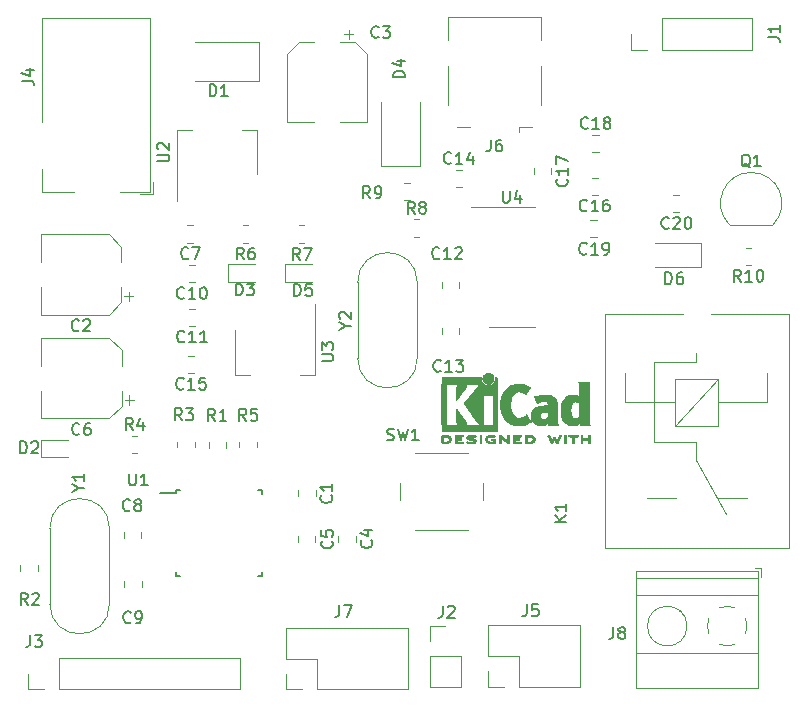
<source format=gbr>
%TF.GenerationSoftware,KiCad,Pcbnew,(6.0.5)*%
%TF.CreationDate,2022-09-16T11:29:29+05:30*%
%TF.ProjectId,wifi-module,77696669-2d6d-46f6-9475-6c652e6b6963,rev?*%
%TF.SameCoordinates,Original*%
%TF.FileFunction,Legend,Top*%
%TF.FilePolarity,Positive*%
%FSLAX46Y46*%
G04 Gerber Fmt 4.6, Leading zero omitted, Abs format (unit mm)*
G04 Created by KiCad (PCBNEW (6.0.5)) date 2022-09-16 11:29:29*
%MOMM*%
%LPD*%
G01*
G04 APERTURE LIST*
%ADD10C,0.150000*%
%ADD11C,0.120000*%
%ADD12C,0.010000*%
G04 APERTURE END LIST*
D10*
%TO.C,D4*%
X103982380Y-55018095D02*
X102982380Y-55018095D01*
X102982380Y-54780000D01*
X103030000Y-54637142D01*
X103125238Y-54541904D01*
X103220476Y-54494285D01*
X103410952Y-54446666D01*
X103553809Y-54446666D01*
X103744285Y-54494285D01*
X103839523Y-54541904D01*
X103934761Y-54637142D01*
X103982380Y-54780000D01*
X103982380Y-55018095D01*
X103315714Y-53589523D02*
X103982380Y-53589523D01*
X102934761Y-53827619D02*
X103649047Y-54065714D01*
X103649047Y-53446666D01*
%TO.C,D1*%
X87461904Y-56602380D02*
X87461904Y-55602380D01*
X87700000Y-55602380D01*
X87842857Y-55650000D01*
X87938095Y-55745238D01*
X87985714Y-55840476D01*
X88033333Y-56030952D01*
X88033333Y-56173809D01*
X87985714Y-56364285D01*
X87938095Y-56459523D01*
X87842857Y-56554761D01*
X87700000Y-56602380D01*
X87461904Y-56602380D01*
X88985714Y-56602380D02*
X88414285Y-56602380D01*
X88700000Y-56602380D02*
X88700000Y-55602380D01*
X88604761Y-55745238D01*
X88509523Y-55840476D01*
X88414285Y-55888095D01*
%TO.C,Q1*%
X133214761Y-62637619D02*
X133119523Y-62590000D01*
X133024285Y-62494761D01*
X132881428Y-62351904D01*
X132786190Y-62304285D01*
X132690952Y-62304285D01*
X132738571Y-62542380D02*
X132643333Y-62494761D01*
X132548095Y-62399523D01*
X132500476Y-62209047D01*
X132500476Y-61875714D01*
X132548095Y-61685238D01*
X132643333Y-61590000D01*
X132738571Y-61542380D01*
X132929047Y-61542380D01*
X133024285Y-61590000D01*
X133119523Y-61685238D01*
X133167142Y-61875714D01*
X133167142Y-62209047D01*
X133119523Y-62399523D01*
X133024285Y-62494761D01*
X132929047Y-62542380D01*
X132738571Y-62542380D01*
X134119523Y-62542380D02*
X133548095Y-62542380D01*
X133833809Y-62542380D02*
X133833809Y-61542380D01*
X133738571Y-61685238D01*
X133643333Y-61780476D01*
X133548095Y-61828095D01*
%TO.C,K1*%
X117662380Y-92658095D02*
X116662380Y-92658095D01*
X117662380Y-92086666D02*
X117090952Y-92515238D01*
X116662380Y-92086666D02*
X117233809Y-92658095D01*
X117662380Y-91134285D02*
X117662380Y-91705714D01*
X117662380Y-91420000D02*
X116662380Y-91420000D01*
X116805238Y-91515238D01*
X116900476Y-91610476D01*
X116948095Y-91705714D01*
%TO.C,C4*%
X101137142Y-94206666D02*
X101184761Y-94254285D01*
X101232380Y-94397142D01*
X101232380Y-94492380D01*
X101184761Y-94635238D01*
X101089523Y-94730476D01*
X100994285Y-94778095D01*
X100803809Y-94825714D01*
X100660952Y-94825714D01*
X100470476Y-94778095D01*
X100375238Y-94730476D01*
X100280000Y-94635238D01*
X100232380Y-94492380D01*
X100232380Y-94397142D01*
X100280000Y-94254285D01*
X100327619Y-94206666D01*
X100565714Y-93349523D02*
X101232380Y-93349523D01*
X100184761Y-93587619D02*
X100899047Y-93825714D01*
X100899047Y-93206666D01*
%TO.C,SW1*%
X102486666Y-85704761D02*
X102629523Y-85752380D01*
X102867619Y-85752380D01*
X102962857Y-85704761D01*
X103010476Y-85657142D01*
X103058095Y-85561904D01*
X103058095Y-85466666D01*
X103010476Y-85371428D01*
X102962857Y-85323809D01*
X102867619Y-85276190D01*
X102677142Y-85228571D01*
X102581904Y-85180952D01*
X102534285Y-85133333D01*
X102486666Y-85038095D01*
X102486666Y-84942857D01*
X102534285Y-84847619D01*
X102581904Y-84800000D01*
X102677142Y-84752380D01*
X102915238Y-84752380D01*
X103058095Y-84800000D01*
X103391428Y-84752380D02*
X103629523Y-85752380D01*
X103820000Y-85038095D01*
X104010476Y-85752380D01*
X104248571Y-84752380D01*
X105153333Y-85752380D02*
X104581904Y-85752380D01*
X104867619Y-85752380D02*
X104867619Y-84752380D01*
X104772380Y-84895238D01*
X104677142Y-84990476D01*
X104581904Y-85038095D01*
%TO.C,D2*%
X71411904Y-86832380D02*
X71411904Y-85832380D01*
X71650000Y-85832380D01*
X71792857Y-85880000D01*
X71888095Y-85975238D01*
X71935714Y-86070476D01*
X71983333Y-86260952D01*
X71983333Y-86403809D01*
X71935714Y-86594285D01*
X71888095Y-86689523D01*
X71792857Y-86784761D01*
X71650000Y-86832380D01*
X71411904Y-86832380D01*
X72364285Y-85927619D02*
X72411904Y-85880000D01*
X72507142Y-85832380D01*
X72745238Y-85832380D01*
X72840476Y-85880000D01*
X72888095Y-85927619D01*
X72935714Y-86022857D01*
X72935714Y-86118095D01*
X72888095Y-86260952D01*
X72316666Y-86832380D01*
X72935714Y-86832380D01*
%TO.C,C17*%
X117687142Y-63612857D02*
X117734761Y-63660476D01*
X117782380Y-63803333D01*
X117782380Y-63898571D01*
X117734761Y-64041428D01*
X117639523Y-64136666D01*
X117544285Y-64184285D01*
X117353809Y-64231904D01*
X117210952Y-64231904D01*
X117020476Y-64184285D01*
X116925238Y-64136666D01*
X116830000Y-64041428D01*
X116782380Y-63898571D01*
X116782380Y-63803333D01*
X116830000Y-63660476D01*
X116877619Y-63612857D01*
X117782380Y-62660476D02*
X117782380Y-63231904D01*
X117782380Y-62946190D02*
X116782380Y-62946190D01*
X116925238Y-63041428D01*
X117020476Y-63136666D01*
X117068095Y-63231904D01*
X116782380Y-62327142D02*
X116782380Y-61660476D01*
X117782380Y-62089047D01*
%TO.C,C13*%
X107017142Y-79827142D02*
X106969523Y-79874761D01*
X106826666Y-79922380D01*
X106731428Y-79922380D01*
X106588571Y-79874761D01*
X106493333Y-79779523D01*
X106445714Y-79684285D01*
X106398095Y-79493809D01*
X106398095Y-79350952D01*
X106445714Y-79160476D01*
X106493333Y-79065238D01*
X106588571Y-78970000D01*
X106731428Y-78922380D01*
X106826666Y-78922380D01*
X106969523Y-78970000D01*
X107017142Y-79017619D01*
X107969523Y-79922380D02*
X107398095Y-79922380D01*
X107683809Y-79922380D02*
X107683809Y-78922380D01*
X107588571Y-79065238D01*
X107493333Y-79160476D01*
X107398095Y-79208095D01*
X108302857Y-78922380D02*
X108921904Y-78922380D01*
X108588571Y-79303333D01*
X108731428Y-79303333D01*
X108826666Y-79350952D01*
X108874285Y-79398571D01*
X108921904Y-79493809D01*
X108921904Y-79731904D01*
X108874285Y-79827142D01*
X108826666Y-79874761D01*
X108731428Y-79922380D01*
X108445714Y-79922380D01*
X108350476Y-79874761D01*
X108302857Y-79827142D01*
%TO.C,J4*%
X71552380Y-55293333D02*
X72266666Y-55293333D01*
X72409523Y-55340952D01*
X72504761Y-55436190D01*
X72552380Y-55579047D01*
X72552380Y-55674285D01*
X71885714Y-54388571D02*
X72552380Y-54388571D01*
X71504761Y-54626666D02*
X72219047Y-54864761D01*
X72219047Y-54245714D01*
%TO.C,U2*%
X83022380Y-62111904D02*
X83831904Y-62111904D01*
X83927142Y-62064285D01*
X83974761Y-62016666D01*
X84022380Y-61921428D01*
X84022380Y-61730952D01*
X83974761Y-61635714D01*
X83927142Y-61588095D01*
X83831904Y-61540476D01*
X83022380Y-61540476D01*
X83117619Y-61111904D02*
X83070000Y-61064285D01*
X83022380Y-60969047D01*
X83022380Y-60730952D01*
X83070000Y-60635714D01*
X83117619Y-60588095D01*
X83212857Y-60540476D01*
X83308095Y-60540476D01*
X83450952Y-60588095D01*
X84022380Y-61159523D01*
X84022380Y-60540476D01*
%TO.C,Y1*%
X76366190Y-89776190D02*
X76842380Y-89776190D01*
X75842380Y-90109523D02*
X76366190Y-89776190D01*
X75842380Y-89442857D01*
X76842380Y-88585714D02*
X76842380Y-89157142D01*
X76842380Y-88871428D02*
X75842380Y-88871428D01*
X75985238Y-88966666D01*
X76080476Y-89061904D01*
X76128095Y-89157142D01*
%TO.C,C6*%
X76433333Y-85177142D02*
X76385714Y-85224761D01*
X76242857Y-85272380D01*
X76147619Y-85272380D01*
X76004761Y-85224761D01*
X75909523Y-85129523D01*
X75861904Y-85034285D01*
X75814285Y-84843809D01*
X75814285Y-84700952D01*
X75861904Y-84510476D01*
X75909523Y-84415238D01*
X76004761Y-84320000D01*
X76147619Y-84272380D01*
X76242857Y-84272380D01*
X76385714Y-84320000D01*
X76433333Y-84367619D01*
X77290476Y-84272380D02*
X77100000Y-84272380D01*
X77004761Y-84320000D01*
X76957142Y-84367619D01*
X76861904Y-84510476D01*
X76814285Y-84700952D01*
X76814285Y-85081904D01*
X76861904Y-85177142D01*
X76909523Y-85224761D01*
X77004761Y-85272380D01*
X77195238Y-85272380D01*
X77290476Y-85224761D01*
X77338095Y-85177142D01*
X77385714Y-85081904D01*
X77385714Y-84843809D01*
X77338095Y-84748571D01*
X77290476Y-84700952D01*
X77195238Y-84653333D01*
X77004761Y-84653333D01*
X76909523Y-84700952D01*
X76861904Y-84748571D01*
X76814285Y-84843809D01*
%TO.C,D3*%
X89671904Y-73472380D02*
X89671904Y-72472380D01*
X89910000Y-72472380D01*
X90052857Y-72520000D01*
X90148095Y-72615238D01*
X90195714Y-72710476D01*
X90243333Y-72900952D01*
X90243333Y-73043809D01*
X90195714Y-73234285D01*
X90148095Y-73329523D01*
X90052857Y-73424761D01*
X89910000Y-73472380D01*
X89671904Y-73472380D01*
X90576666Y-72472380D02*
X91195714Y-72472380D01*
X90862380Y-72853333D01*
X91005238Y-72853333D01*
X91100476Y-72900952D01*
X91148095Y-72948571D01*
X91195714Y-73043809D01*
X91195714Y-73281904D01*
X91148095Y-73377142D01*
X91100476Y-73424761D01*
X91005238Y-73472380D01*
X90719523Y-73472380D01*
X90624285Y-73424761D01*
X90576666Y-73377142D01*
%TO.C,C2*%
X76393333Y-76407142D02*
X76345714Y-76454761D01*
X76202857Y-76502380D01*
X76107619Y-76502380D01*
X75964761Y-76454761D01*
X75869523Y-76359523D01*
X75821904Y-76264285D01*
X75774285Y-76073809D01*
X75774285Y-75930952D01*
X75821904Y-75740476D01*
X75869523Y-75645238D01*
X75964761Y-75550000D01*
X76107619Y-75502380D01*
X76202857Y-75502380D01*
X76345714Y-75550000D01*
X76393333Y-75597619D01*
X76774285Y-75597619D02*
X76821904Y-75550000D01*
X76917142Y-75502380D01*
X77155238Y-75502380D01*
X77250476Y-75550000D01*
X77298095Y-75597619D01*
X77345714Y-75692857D01*
X77345714Y-75788095D01*
X77298095Y-75930952D01*
X76726666Y-76502380D01*
X77345714Y-76502380D01*
%TO.C,J7*%
X98446666Y-99672380D02*
X98446666Y-100386666D01*
X98399047Y-100529523D01*
X98303809Y-100624761D01*
X98160952Y-100672380D01*
X98065714Y-100672380D01*
X98827619Y-99672380D02*
X99494285Y-99672380D01*
X99065714Y-100672380D01*
%TO.C,C3*%
X101763333Y-51567142D02*
X101715714Y-51614761D01*
X101572857Y-51662380D01*
X101477619Y-51662380D01*
X101334761Y-51614761D01*
X101239523Y-51519523D01*
X101191904Y-51424285D01*
X101144285Y-51233809D01*
X101144285Y-51090952D01*
X101191904Y-50900476D01*
X101239523Y-50805238D01*
X101334761Y-50710000D01*
X101477619Y-50662380D01*
X101572857Y-50662380D01*
X101715714Y-50710000D01*
X101763333Y-50757619D01*
X102096666Y-50662380D02*
X102715714Y-50662380D01*
X102382380Y-51043333D01*
X102525238Y-51043333D01*
X102620476Y-51090952D01*
X102668095Y-51138571D01*
X102715714Y-51233809D01*
X102715714Y-51471904D01*
X102668095Y-51567142D01*
X102620476Y-51614761D01*
X102525238Y-51662380D01*
X102239523Y-51662380D01*
X102144285Y-51614761D01*
X102096666Y-51567142D01*
%TO.C,R7*%
X95083333Y-70462380D02*
X94750000Y-69986190D01*
X94511904Y-70462380D02*
X94511904Y-69462380D01*
X94892857Y-69462380D01*
X94988095Y-69510000D01*
X95035714Y-69557619D01*
X95083333Y-69652857D01*
X95083333Y-69795714D01*
X95035714Y-69890952D01*
X94988095Y-69938571D01*
X94892857Y-69986190D01*
X94511904Y-69986190D01*
X95416666Y-69462380D02*
X96083333Y-69462380D01*
X95654761Y-70462380D01*
%TO.C,C19*%
X119377142Y-69917142D02*
X119329523Y-69964761D01*
X119186666Y-70012380D01*
X119091428Y-70012380D01*
X118948571Y-69964761D01*
X118853333Y-69869523D01*
X118805714Y-69774285D01*
X118758095Y-69583809D01*
X118758095Y-69440952D01*
X118805714Y-69250476D01*
X118853333Y-69155238D01*
X118948571Y-69060000D01*
X119091428Y-69012380D01*
X119186666Y-69012380D01*
X119329523Y-69060000D01*
X119377142Y-69107619D01*
X120329523Y-70012380D02*
X119758095Y-70012380D01*
X120043809Y-70012380D02*
X120043809Y-69012380D01*
X119948571Y-69155238D01*
X119853333Y-69250476D01*
X119758095Y-69298095D01*
X120805714Y-70012380D02*
X120996190Y-70012380D01*
X121091428Y-69964761D01*
X121139047Y-69917142D01*
X121234285Y-69774285D01*
X121281904Y-69583809D01*
X121281904Y-69202857D01*
X121234285Y-69107619D01*
X121186666Y-69060000D01*
X121091428Y-69012380D01*
X120900952Y-69012380D01*
X120805714Y-69060000D01*
X120758095Y-69107619D01*
X120710476Y-69202857D01*
X120710476Y-69440952D01*
X120758095Y-69536190D01*
X120805714Y-69583809D01*
X120900952Y-69631428D01*
X121091428Y-69631428D01*
X121186666Y-69583809D01*
X121234285Y-69536190D01*
X121281904Y-69440952D01*
%TO.C,C7*%
X85653333Y-70297142D02*
X85605714Y-70344761D01*
X85462857Y-70392380D01*
X85367619Y-70392380D01*
X85224761Y-70344761D01*
X85129523Y-70249523D01*
X85081904Y-70154285D01*
X85034285Y-69963809D01*
X85034285Y-69820952D01*
X85081904Y-69630476D01*
X85129523Y-69535238D01*
X85224761Y-69440000D01*
X85367619Y-69392380D01*
X85462857Y-69392380D01*
X85605714Y-69440000D01*
X85653333Y-69487619D01*
X85986666Y-69392380D02*
X86653333Y-69392380D01*
X86224761Y-70392380D01*
%TO.C,J2*%
X107196666Y-99752380D02*
X107196666Y-100466666D01*
X107149047Y-100609523D01*
X107053809Y-100704761D01*
X106910952Y-100752380D01*
X106815714Y-100752380D01*
X107625238Y-99847619D02*
X107672857Y-99800000D01*
X107768095Y-99752380D01*
X108006190Y-99752380D01*
X108101428Y-99800000D01*
X108149047Y-99847619D01*
X108196666Y-99942857D01*
X108196666Y-100038095D01*
X108149047Y-100180952D01*
X107577619Y-100752380D01*
X108196666Y-100752380D01*
%TO.C,J3*%
X72256666Y-102232380D02*
X72256666Y-102946666D01*
X72209047Y-103089523D01*
X72113809Y-103184761D01*
X71970952Y-103232380D01*
X71875714Y-103232380D01*
X72637619Y-102232380D02*
X73256666Y-102232380D01*
X72923333Y-102613333D01*
X73066190Y-102613333D01*
X73161428Y-102660952D01*
X73209047Y-102708571D01*
X73256666Y-102803809D01*
X73256666Y-103041904D01*
X73209047Y-103137142D01*
X73161428Y-103184761D01*
X73066190Y-103232380D01*
X72780476Y-103232380D01*
X72685238Y-103184761D01*
X72637619Y-103137142D01*
%TO.C,R6*%
X90343333Y-70412380D02*
X90010000Y-69936190D01*
X89771904Y-70412380D02*
X89771904Y-69412380D01*
X90152857Y-69412380D01*
X90248095Y-69460000D01*
X90295714Y-69507619D01*
X90343333Y-69602857D01*
X90343333Y-69745714D01*
X90295714Y-69840952D01*
X90248095Y-69888571D01*
X90152857Y-69936190D01*
X89771904Y-69936190D01*
X91200476Y-69412380D02*
X91010000Y-69412380D01*
X90914761Y-69460000D01*
X90867142Y-69507619D01*
X90771904Y-69650476D01*
X90724285Y-69840952D01*
X90724285Y-70221904D01*
X90771904Y-70317142D01*
X90819523Y-70364761D01*
X90914761Y-70412380D01*
X91105238Y-70412380D01*
X91200476Y-70364761D01*
X91248095Y-70317142D01*
X91295714Y-70221904D01*
X91295714Y-69983809D01*
X91248095Y-69888571D01*
X91200476Y-69840952D01*
X91105238Y-69793333D01*
X90914761Y-69793333D01*
X90819523Y-69840952D01*
X90771904Y-69888571D01*
X90724285Y-69983809D01*
%TO.C,Y2*%
X98961190Y-76046190D02*
X99437380Y-76046190D01*
X98437380Y-76379523D02*
X98961190Y-76046190D01*
X98437380Y-75712857D01*
X98532619Y-75427142D02*
X98485000Y-75379523D01*
X98437380Y-75284285D01*
X98437380Y-75046190D01*
X98485000Y-74950952D01*
X98532619Y-74903333D01*
X98627857Y-74855714D01*
X98723095Y-74855714D01*
X98865952Y-74903333D01*
X99437380Y-75474761D01*
X99437380Y-74855714D01*
%TO.C,R10*%
X132427142Y-72292380D02*
X132093809Y-71816190D01*
X131855714Y-72292380D02*
X131855714Y-71292380D01*
X132236666Y-71292380D01*
X132331904Y-71340000D01*
X132379523Y-71387619D01*
X132427142Y-71482857D01*
X132427142Y-71625714D01*
X132379523Y-71720952D01*
X132331904Y-71768571D01*
X132236666Y-71816190D01*
X131855714Y-71816190D01*
X133379523Y-72292380D02*
X132808095Y-72292380D01*
X133093809Y-72292380D02*
X133093809Y-71292380D01*
X132998571Y-71435238D01*
X132903333Y-71530476D01*
X132808095Y-71578095D01*
X133998571Y-71292380D02*
X134093809Y-71292380D01*
X134189047Y-71340000D01*
X134236666Y-71387619D01*
X134284285Y-71482857D01*
X134331904Y-71673333D01*
X134331904Y-71911428D01*
X134284285Y-72101904D01*
X134236666Y-72197142D01*
X134189047Y-72244761D01*
X134093809Y-72292380D01*
X133998571Y-72292380D01*
X133903333Y-72244761D01*
X133855714Y-72197142D01*
X133808095Y-72101904D01*
X133760476Y-71911428D01*
X133760476Y-71673333D01*
X133808095Y-71482857D01*
X133855714Y-71387619D01*
X133903333Y-71340000D01*
X133998571Y-71292380D01*
%TO.C,C10*%
X85297142Y-73667142D02*
X85249523Y-73714761D01*
X85106666Y-73762380D01*
X85011428Y-73762380D01*
X84868571Y-73714761D01*
X84773333Y-73619523D01*
X84725714Y-73524285D01*
X84678095Y-73333809D01*
X84678095Y-73190952D01*
X84725714Y-73000476D01*
X84773333Y-72905238D01*
X84868571Y-72810000D01*
X85011428Y-72762380D01*
X85106666Y-72762380D01*
X85249523Y-72810000D01*
X85297142Y-72857619D01*
X86249523Y-73762380D02*
X85678095Y-73762380D01*
X85963809Y-73762380D02*
X85963809Y-72762380D01*
X85868571Y-72905238D01*
X85773333Y-73000476D01*
X85678095Y-73048095D01*
X86868571Y-72762380D02*
X86963809Y-72762380D01*
X87059047Y-72810000D01*
X87106666Y-72857619D01*
X87154285Y-72952857D01*
X87201904Y-73143333D01*
X87201904Y-73381428D01*
X87154285Y-73571904D01*
X87106666Y-73667142D01*
X87059047Y-73714761D01*
X86963809Y-73762380D01*
X86868571Y-73762380D01*
X86773333Y-73714761D01*
X86725714Y-73667142D01*
X86678095Y-73571904D01*
X86630476Y-73381428D01*
X86630476Y-73143333D01*
X86678095Y-72952857D01*
X86725714Y-72857619D01*
X86773333Y-72810000D01*
X86868571Y-72762380D01*
%TO.C,R4*%
X80953333Y-84872380D02*
X80620000Y-84396190D01*
X80381904Y-84872380D02*
X80381904Y-83872380D01*
X80762857Y-83872380D01*
X80858095Y-83920000D01*
X80905714Y-83967619D01*
X80953333Y-84062857D01*
X80953333Y-84205714D01*
X80905714Y-84300952D01*
X80858095Y-84348571D01*
X80762857Y-84396190D01*
X80381904Y-84396190D01*
X81810476Y-84205714D02*
X81810476Y-84872380D01*
X81572380Y-83824761D02*
X81334285Y-84539047D01*
X81953333Y-84539047D01*
%TO.C,C1*%
X97737142Y-90396666D02*
X97784761Y-90444285D01*
X97832380Y-90587142D01*
X97832380Y-90682380D01*
X97784761Y-90825238D01*
X97689523Y-90920476D01*
X97594285Y-90968095D01*
X97403809Y-91015714D01*
X97260952Y-91015714D01*
X97070476Y-90968095D01*
X96975238Y-90920476D01*
X96880000Y-90825238D01*
X96832380Y-90682380D01*
X96832380Y-90587142D01*
X96880000Y-90444285D01*
X96927619Y-90396666D01*
X97832380Y-89444285D02*
X97832380Y-90015714D01*
X97832380Y-89730000D02*
X96832380Y-89730000D01*
X96975238Y-89825238D01*
X97070476Y-89920476D01*
X97118095Y-90015714D01*
%TO.C,J6*%
X111236666Y-60277380D02*
X111236666Y-60991666D01*
X111189047Y-61134523D01*
X111093809Y-61229761D01*
X110950952Y-61277380D01*
X110855714Y-61277380D01*
X112141428Y-60277380D02*
X111950952Y-60277380D01*
X111855714Y-60325000D01*
X111808095Y-60372619D01*
X111712857Y-60515476D01*
X111665238Y-60705952D01*
X111665238Y-61086904D01*
X111712857Y-61182142D01*
X111760476Y-61229761D01*
X111855714Y-61277380D01*
X112046190Y-61277380D01*
X112141428Y-61229761D01*
X112189047Y-61182142D01*
X112236666Y-61086904D01*
X112236666Y-60848809D01*
X112189047Y-60753571D01*
X112141428Y-60705952D01*
X112046190Y-60658333D01*
X111855714Y-60658333D01*
X111760476Y-60705952D01*
X111712857Y-60753571D01*
X111665238Y-60848809D01*
%TO.C,R2*%
X72043333Y-99672380D02*
X71710000Y-99196190D01*
X71471904Y-99672380D02*
X71471904Y-98672380D01*
X71852857Y-98672380D01*
X71948095Y-98720000D01*
X71995714Y-98767619D01*
X72043333Y-98862857D01*
X72043333Y-99005714D01*
X71995714Y-99100952D01*
X71948095Y-99148571D01*
X71852857Y-99196190D01*
X71471904Y-99196190D01*
X72424285Y-98767619D02*
X72471904Y-98720000D01*
X72567142Y-98672380D01*
X72805238Y-98672380D01*
X72900476Y-98720000D01*
X72948095Y-98767619D01*
X72995714Y-98862857D01*
X72995714Y-98958095D01*
X72948095Y-99100952D01*
X72376666Y-99672380D01*
X72995714Y-99672380D01*
%TO.C,C5*%
X97807142Y-94276666D02*
X97854761Y-94324285D01*
X97902380Y-94467142D01*
X97902380Y-94562380D01*
X97854761Y-94705238D01*
X97759523Y-94800476D01*
X97664285Y-94848095D01*
X97473809Y-94895714D01*
X97330952Y-94895714D01*
X97140476Y-94848095D01*
X97045238Y-94800476D01*
X96950000Y-94705238D01*
X96902380Y-94562380D01*
X96902380Y-94467142D01*
X96950000Y-94324285D01*
X96997619Y-94276666D01*
X96902380Y-93371904D02*
X96902380Y-93848095D01*
X97378571Y-93895714D01*
X97330952Y-93848095D01*
X97283333Y-93752857D01*
X97283333Y-93514761D01*
X97330952Y-93419523D01*
X97378571Y-93371904D01*
X97473809Y-93324285D01*
X97711904Y-93324285D01*
X97807142Y-93371904D01*
X97854761Y-93419523D01*
X97902380Y-93514761D01*
X97902380Y-93752857D01*
X97854761Y-93848095D01*
X97807142Y-93895714D01*
%TO.C,C12*%
X106907142Y-70297142D02*
X106859523Y-70344761D01*
X106716666Y-70392380D01*
X106621428Y-70392380D01*
X106478571Y-70344761D01*
X106383333Y-70249523D01*
X106335714Y-70154285D01*
X106288095Y-69963809D01*
X106288095Y-69820952D01*
X106335714Y-69630476D01*
X106383333Y-69535238D01*
X106478571Y-69440000D01*
X106621428Y-69392380D01*
X106716666Y-69392380D01*
X106859523Y-69440000D01*
X106907142Y-69487619D01*
X107859523Y-70392380D02*
X107288095Y-70392380D01*
X107573809Y-70392380D02*
X107573809Y-69392380D01*
X107478571Y-69535238D01*
X107383333Y-69630476D01*
X107288095Y-69678095D01*
X108240476Y-69487619D02*
X108288095Y-69440000D01*
X108383333Y-69392380D01*
X108621428Y-69392380D01*
X108716666Y-69440000D01*
X108764285Y-69487619D01*
X108811904Y-69582857D01*
X108811904Y-69678095D01*
X108764285Y-69820952D01*
X108192857Y-70392380D01*
X108811904Y-70392380D01*
%TO.C,J8*%
X121636666Y-101542380D02*
X121636666Y-102256666D01*
X121589047Y-102399523D01*
X121493809Y-102494761D01*
X121350952Y-102542380D01*
X121255714Y-102542380D01*
X122255714Y-101970952D02*
X122160476Y-101923333D01*
X122112857Y-101875714D01*
X122065238Y-101780476D01*
X122065238Y-101732857D01*
X122112857Y-101637619D01*
X122160476Y-101590000D01*
X122255714Y-101542380D01*
X122446190Y-101542380D01*
X122541428Y-101590000D01*
X122589047Y-101637619D01*
X122636666Y-101732857D01*
X122636666Y-101780476D01*
X122589047Y-101875714D01*
X122541428Y-101923333D01*
X122446190Y-101970952D01*
X122255714Y-101970952D01*
X122160476Y-102018571D01*
X122112857Y-102066190D01*
X122065238Y-102161428D01*
X122065238Y-102351904D01*
X122112857Y-102447142D01*
X122160476Y-102494761D01*
X122255714Y-102542380D01*
X122446190Y-102542380D01*
X122541428Y-102494761D01*
X122589047Y-102447142D01*
X122636666Y-102351904D01*
X122636666Y-102161428D01*
X122589047Y-102066190D01*
X122541428Y-102018571D01*
X122446190Y-101970952D01*
%TO.C,R5*%
X90553333Y-84072380D02*
X90220000Y-83596190D01*
X89981904Y-84072380D02*
X89981904Y-83072380D01*
X90362857Y-83072380D01*
X90458095Y-83120000D01*
X90505714Y-83167619D01*
X90553333Y-83262857D01*
X90553333Y-83405714D01*
X90505714Y-83500952D01*
X90458095Y-83548571D01*
X90362857Y-83596190D01*
X89981904Y-83596190D01*
X91458095Y-83072380D02*
X90981904Y-83072380D01*
X90934285Y-83548571D01*
X90981904Y-83500952D01*
X91077142Y-83453333D01*
X91315238Y-83453333D01*
X91410476Y-83500952D01*
X91458095Y-83548571D01*
X91505714Y-83643809D01*
X91505714Y-83881904D01*
X91458095Y-83977142D01*
X91410476Y-84024761D01*
X91315238Y-84072380D01*
X91077142Y-84072380D01*
X90981904Y-84024761D01*
X90934285Y-83977142D01*
%TO.C,U1*%
X80628095Y-88552380D02*
X80628095Y-89361904D01*
X80675714Y-89457142D01*
X80723333Y-89504761D01*
X80818571Y-89552380D01*
X81009047Y-89552380D01*
X81104285Y-89504761D01*
X81151904Y-89457142D01*
X81199523Y-89361904D01*
X81199523Y-88552380D01*
X82199523Y-89552380D02*
X81628095Y-89552380D01*
X81913809Y-89552380D02*
X81913809Y-88552380D01*
X81818571Y-88695238D01*
X81723333Y-88790476D01*
X81628095Y-88838095D01*
%TO.C,J1*%
X134732380Y-51613333D02*
X135446666Y-51613333D01*
X135589523Y-51660952D01*
X135684761Y-51756190D01*
X135732380Y-51899047D01*
X135732380Y-51994285D01*
X135732380Y-50613333D02*
X135732380Y-51184761D01*
X135732380Y-50899047D02*
X134732380Y-50899047D01*
X134875238Y-50994285D01*
X134970476Y-51089523D01*
X135018095Y-51184761D01*
%TO.C,C8*%
X80703333Y-91637142D02*
X80655714Y-91684761D01*
X80512857Y-91732380D01*
X80417619Y-91732380D01*
X80274761Y-91684761D01*
X80179523Y-91589523D01*
X80131904Y-91494285D01*
X80084285Y-91303809D01*
X80084285Y-91160952D01*
X80131904Y-90970476D01*
X80179523Y-90875238D01*
X80274761Y-90780000D01*
X80417619Y-90732380D01*
X80512857Y-90732380D01*
X80655714Y-90780000D01*
X80703333Y-90827619D01*
X81274761Y-91160952D02*
X81179523Y-91113333D01*
X81131904Y-91065714D01*
X81084285Y-90970476D01*
X81084285Y-90922857D01*
X81131904Y-90827619D01*
X81179523Y-90780000D01*
X81274761Y-90732380D01*
X81465238Y-90732380D01*
X81560476Y-90780000D01*
X81608095Y-90827619D01*
X81655714Y-90922857D01*
X81655714Y-90970476D01*
X81608095Y-91065714D01*
X81560476Y-91113333D01*
X81465238Y-91160952D01*
X81274761Y-91160952D01*
X81179523Y-91208571D01*
X81131904Y-91256190D01*
X81084285Y-91351428D01*
X81084285Y-91541904D01*
X81131904Y-91637142D01*
X81179523Y-91684761D01*
X81274761Y-91732380D01*
X81465238Y-91732380D01*
X81560476Y-91684761D01*
X81608095Y-91637142D01*
X81655714Y-91541904D01*
X81655714Y-91351428D01*
X81608095Y-91256190D01*
X81560476Y-91208571D01*
X81465238Y-91160952D01*
%TO.C,U4*%
X112278095Y-64602380D02*
X112278095Y-65411904D01*
X112325714Y-65507142D01*
X112373333Y-65554761D01*
X112468571Y-65602380D01*
X112659047Y-65602380D01*
X112754285Y-65554761D01*
X112801904Y-65507142D01*
X112849523Y-65411904D01*
X112849523Y-64602380D01*
X113754285Y-64935714D02*
X113754285Y-65602380D01*
X113516190Y-64554761D02*
X113278095Y-65269047D01*
X113897142Y-65269047D01*
%TO.C,C18*%
X119487142Y-59267142D02*
X119439523Y-59314761D01*
X119296666Y-59362380D01*
X119201428Y-59362380D01*
X119058571Y-59314761D01*
X118963333Y-59219523D01*
X118915714Y-59124285D01*
X118868095Y-58933809D01*
X118868095Y-58790952D01*
X118915714Y-58600476D01*
X118963333Y-58505238D01*
X119058571Y-58410000D01*
X119201428Y-58362380D01*
X119296666Y-58362380D01*
X119439523Y-58410000D01*
X119487142Y-58457619D01*
X120439523Y-59362380D02*
X119868095Y-59362380D01*
X120153809Y-59362380D02*
X120153809Y-58362380D01*
X120058571Y-58505238D01*
X119963333Y-58600476D01*
X119868095Y-58648095D01*
X121010952Y-58790952D02*
X120915714Y-58743333D01*
X120868095Y-58695714D01*
X120820476Y-58600476D01*
X120820476Y-58552857D01*
X120868095Y-58457619D01*
X120915714Y-58410000D01*
X121010952Y-58362380D01*
X121201428Y-58362380D01*
X121296666Y-58410000D01*
X121344285Y-58457619D01*
X121391904Y-58552857D01*
X121391904Y-58600476D01*
X121344285Y-58695714D01*
X121296666Y-58743333D01*
X121201428Y-58790952D01*
X121010952Y-58790952D01*
X120915714Y-58838571D01*
X120868095Y-58886190D01*
X120820476Y-58981428D01*
X120820476Y-59171904D01*
X120868095Y-59267142D01*
X120915714Y-59314761D01*
X121010952Y-59362380D01*
X121201428Y-59362380D01*
X121296666Y-59314761D01*
X121344285Y-59267142D01*
X121391904Y-59171904D01*
X121391904Y-58981428D01*
X121344285Y-58886190D01*
X121296666Y-58838571D01*
X121201428Y-58790952D01*
%TO.C,D5*%
X94611904Y-73502380D02*
X94611904Y-72502380D01*
X94850000Y-72502380D01*
X94992857Y-72550000D01*
X95088095Y-72645238D01*
X95135714Y-72740476D01*
X95183333Y-72930952D01*
X95183333Y-73073809D01*
X95135714Y-73264285D01*
X95088095Y-73359523D01*
X94992857Y-73454761D01*
X94850000Y-73502380D01*
X94611904Y-73502380D01*
X96088095Y-72502380D02*
X95611904Y-72502380D01*
X95564285Y-72978571D01*
X95611904Y-72930952D01*
X95707142Y-72883333D01*
X95945238Y-72883333D01*
X96040476Y-72930952D01*
X96088095Y-72978571D01*
X96135714Y-73073809D01*
X96135714Y-73311904D01*
X96088095Y-73407142D01*
X96040476Y-73454761D01*
X95945238Y-73502380D01*
X95707142Y-73502380D01*
X95611904Y-73454761D01*
X95564285Y-73407142D01*
%TO.C,J5*%
X114306666Y-99632380D02*
X114306666Y-100346666D01*
X114259047Y-100489523D01*
X114163809Y-100584761D01*
X114020952Y-100632380D01*
X113925714Y-100632380D01*
X115259047Y-99632380D02*
X114782857Y-99632380D01*
X114735238Y-100108571D01*
X114782857Y-100060952D01*
X114878095Y-100013333D01*
X115116190Y-100013333D01*
X115211428Y-100060952D01*
X115259047Y-100108571D01*
X115306666Y-100203809D01*
X115306666Y-100441904D01*
X115259047Y-100537142D01*
X115211428Y-100584761D01*
X115116190Y-100632380D01*
X114878095Y-100632380D01*
X114782857Y-100584761D01*
X114735238Y-100537142D01*
%TO.C,R8*%
X104823333Y-66552380D02*
X104490000Y-66076190D01*
X104251904Y-66552380D02*
X104251904Y-65552380D01*
X104632857Y-65552380D01*
X104728095Y-65600000D01*
X104775714Y-65647619D01*
X104823333Y-65742857D01*
X104823333Y-65885714D01*
X104775714Y-65980952D01*
X104728095Y-66028571D01*
X104632857Y-66076190D01*
X104251904Y-66076190D01*
X105394761Y-65980952D02*
X105299523Y-65933333D01*
X105251904Y-65885714D01*
X105204285Y-65790476D01*
X105204285Y-65742857D01*
X105251904Y-65647619D01*
X105299523Y-65600000D01*
X105394761Y-65552380D01*
X105585238Y-65552380D01*
X105680476Y-65600000D01*
X105728095Y-65647619D01*
X105775714Y-65742857D01*
X105775714Y-65790476D01*
X105728095Y-65885714D01*
X105680476Y-65933333D01*
X105585238Y-65980952D01*
X105394761Y-65980952D01*
X105299523Y-66028571D01*
X105251904Y-66076190D01*
X105204285Y-66171428D01*
X105204285Y-66361904D01*
X105251904Y-66457142D01*
X105299523Y-66504761D01*
X105394761Y-66552380D01*
X105585238Y-66552380D01*
X105680476Y-66504761D01*
X105728095Y-66457142D01*
X105775714Y-66361904D01*
X105775714Y-66171428D01*
X105728095Y-66076190D01*
X105680476Y-66028571D01*
X105585238Y-65980952D01*
%TO.C,R3*%
X85113333Y-84042380D02*
X84780000Y-83566190D01*
X84541904Y-84042380D02*
X84541904Y-83042380D01*
X84922857Y-83042380D01*
X85018095Y-83090000D01*
X85065714Y-83137619D01*
X85113333Y-83232857D01*
X85113333Y-83375714D01*
X85065714Y-83470952D01*
X85018095Y-83518571D01*
X84922857Y-83566190D01*
X84541904Y-83566190D01*
X85446666Y-83042380D02*
X86065714Y-83042380D01*
X85732380Y-83423333D01*
X85875238Y-83423333D01*
X85970476Y-83470952D01*
X86018095Y-83518571D01*
X86065714Y-83613809D01*
X86065714Y-83851904D01*
X86018095Y-83947142D01*
X85970476Y-83994761D01*
X85875238Y-84042380D01*
X85589523Y-84042380D01*
X85494285Y-83994761D01*
X85446666Y-83947142D01*
%TO.C,U3*%
X96932380Y-79021904D02*
X97741904Y-79021904D01*
X97837142Y-78974285D01*
X97884761Y-78926666D01*
X97932380Y-78831428D01*
X97932380Y-78640952D01*
X97884761Y-78545714D01*
X97837142Y-78498095D01*
X97741904Y-78450476D01*
X96932380Y-78450476D01*
X96932380Y-78069523D02*
X96932380Y-77450476D01*
X97313333Y-77783809D01*
X97313333Y-77640952D01*
X97360952Y-77545714D01*
X97408571Y-77498095D01*
X97503809Y-77450476D01*
X97741904Y-77450476D01*
X97837142Y-77498095D01*
X97884761Y-77545714D01*
X97932380Y-77640952D01*
X97932380Y-77926666D01*
X97884761Y-78021904D01*
X97837142Y-78069523D01*
%TO.C,D6*%
X126031904Y-72512380D02*
X126031904Y-71512380D01*
X126270000Y-71512380D01*
X126412857Y-71560000D01*
X126508095Y-71655238D01*
X126555714Y-71750476D01*
X126603333Y-71940952D01*
X126603333Y-72083809D01*
X126555714Y-72274285D01*
X126508095Y-72369523D01*
X126412857Y-72464761D01*
X126270000Y-72512380D01*
X126031904Y-72512380D01*
X127460476Y-71512380D02*
X127270000Y-71512380D01*
X127174761Y-71560000D01*
X127127142Y-71607619D01*
X127031904Y-71750476D01*
X126984285Y-71940952D01*
X126984285Y-72321904D01*
X127031904Y-72417142D01*
X127079523Y-72464761D01*
X127174761Y-72512380D01*
X127365238Y-72512380D01*
X127460476Y-72464761D01*
X127508095Y-72417142D01*
X127555714Y-72321904D01*
X127555714Y-72083809D01*
X127508095Y-71988571D01*
X127460476Y-71940952D01*
X127365238Y-71893333D01*
X127174761Y-71893333D01*
X127079523Y-71940952D01*
X127031904Y-71988571D01*
X126984285Y-72083809D01*
%TO.C,C20*%
X126327142Y-67747142D02*
X126279523Y-67794761D01*
X126136666Y-67842380D01*
X126041428Y-67842380D01*
X125898571Y-67794761D01*
X125803333Y-67699523D01*
X125755714Y-67604285D01*
X125708095Y-67413809D01*
X125708095Y-67270952D01*
X125755714Y-67080476D01*
X125803333Y-66985238D01*
X125898571Y-66890000D01*
X126041428Y-66842380D01*
X126136666Y-66842380D01*
X126279523Y-66890000D01*
X126327142Y-66937619D01*
X126708095Y-66937619D02*
X126755714Y-66890000D01*
X126850952Y-66842380D01*
X127089047Y-66842380D01*
X127184285Y-66890000D01*
X127231904Y-66937619D01*
X127279523Y-67032857D01*
X127279523Y-67128095D01*
X127231904Y-67270952D01*
X126660476Y-67842380D01*
X127279523Y-67842380D01*
X127898571Y-66842380D02*
X127993809Y-66842380D01*
X128089047Y-66890000D01*
X128136666Y-66937619D01*
X128184285Y-67032857D01*
X128231904Y-67223333D01*
X128231904Y-67461428D01*
X128184285Y-67651904D01*
X128136666Y-67747142D01*
X128089047Y-67794761D01*
X127993809Y-67842380D01*
X127898571Y-67842380D01*
X127803333Y-67794761D01*
X127755714Y-67747142D01*
X127708095Y-67651904D01*
X127660476Y-67461428D01*
X127660476Y-67223333D01*
X127708095Y-67032857D01*
X127755714Y-66937619D01*
X127803333Y-66890000D01*
X127898571Y-66842380D01*
%TO.C,R1*%
X87913333Y-84082380D02*
X87580000Y-83606190D01*
X87341904Y-84082380D02*
X87341904Y-83082380D01*
X87722857Y-83082380D01*
X87818095Y-83130000D01*
X87865714Y-83177619D01*
X87913333Y-83272857D01*
X87913333Y-83415714D01*
X87865714Y-83510952D01*
X87818095Y-83558571D01*
X87722857Y-83606190D01*
X87341904Y-83606190D01*
X88865714Y-84082380D02*
X88294285Y-84082380D01*
X88580000Y-84082380D02*
X88580000Y-83082380D01*
X88484761Y-83225238D01*
X88389523Y-83320476D01*
X88294285Y-83368095D01*
%TO.C,C9*%
X80773333Y-101127142D02*
X80725714Y-101174761D01*
X80582857Y-101222380D01*
X80487619Y-101222380D01*
X80344761Y-101174761D01*
X80249523Y-101079523D01*
X80201904Y-100984285D01*
X80154285Y-100793809D01*
X80154285Y-100650952D01*
X80201904Y-100460476D01*
X80249523Y-100365238D01*
X80344761Y-100270000D01*
X80487619Y-100222380D01*
X80582857Y-100222380D01*
X80725714Y-100270000D01*
X80773333Y-100317619D01*
X81249523Y-101222380D02*
X81440000Y-101222380D01*
X81535238Y-101174761D01*
X81582857Y-101127142D01*
X81678095Y-100984285D01*
X81725714Y-100793809D01*
X81725714Y-100412857D01*
X81678095Y-100317619D01*
X81630476Y-100270000D01*
X81535238Y-100222380D01*
X81344761Y-100222380D01*
X81249523Y-100270000D01*
X81201904Y-100317619D01*
X81154285Y-100412857D01*
X81154285Y-100650952D01*
X81201904Y-100746190D01*
X81249523Y-100793809D01*
X81344761Y-100841428D01*
X81535238Y-100841428D01*
X81630476Y-100793809D01*
X81678095Y-100746190D01*
X81725714Y-100650952D01*
%TO.C,C15*%
X85247142Y-81347142D02*
X85199523Y-81394761D01*
X85056666Y-81442380D01*
X84961428Y-81442380D01*
X84818571Y-81394761D01*
X84723333Y-81299523D01*
X84675714Y-81204285D01*
X84628095Y-81013809D01*
X84628095Y-80870952D01*
X84675714Y-80680476D01*
X84723333Y-80585238D01*
X84818571Y-80490000D01*
X84961428Y-80442380D01*
X85056666Y-80442380D01*
X85199523Y-80490000D01*
X85247142Y-80537619D01*
X86199523Y-81442380D02*
X85628095Y-81442380D01*
X85913809Y-81442380D02*
X85913809Y-80442380D01*
X85818571Y-80585238D01*
X85723333Y-80680476D01*
X85628095Y-80728095D01*
X87104285Y-80442380D02*
X86628095Y-80442380D01*
X86580476Y-80918571D01*
X86628095Y-80870952D01*
X86723333Y-80823333D01*
X86961428Y-80823333D01*
X87056666Y-80870952D01*
X87104285Y-80918571D01*
X87151904Y-81013809D01*
X87151904Y-81251904D01*
X87104285Y-81347142D01*
X87056666Y-81394761D01*
X86961428Y-81442380D01*
X86723333Y-81442380D01*
X86628095Y-81394761D01*
X86580476Y-81347142D01*
%TO.C,C11*%
X85317142Y-77357142D02*
X85269523Y-77404761D01*
X85126666Y-77452380D01*
X85031428Y-77452380D01*
X84888571Y-77404761D01*
X84793333Y-77309523D01*
X84745714Y-77214285D01*
X84698095Y-77023809D01*
X84698095Y-76880952D01*
X84745714Y-76690476D01*
X84793333Y-76595238D01*
X84888571Y-76500000D01*
X85031428Y-76452380D01*
X85126666Y-76452380D01*
X85269523Y-76500000D01*
X85317142Y-76547619D01*
X86269523Y-77452380D02*
X85698095Y-77452380D01*
X85983809Y-77452380D02*
X85983809Y-76452380D01*
X85888571Y-76595238D01*
X85793333Y-76690476D01*
X85698095Y-76738095D01*
X87221904Y-77452380D02*
X86650476Y-77452380D01*
X86936190Y-77452380D02*
X86936190Y-76452380D01*
X86840952Y-76595238D01*
X86745714Y-76690476D01*
X86650476Y-76738095D01*
%TO.C,C14*%
X107907142Y-62247142D02*
X107859523Y-62294761D01*
X107716666Y-62342380D01*
X107621428Y-62342380D01*
X107478571Y-62294761D01*
X107383333Y-62199523D01*
X107335714Y-62104285D01*
X107288095Y-61913809D01*
X107288095Y-61770952D01*
X107335714Y-61580476D01*
X107383333Y-61485238D01*
X107478571Y-61390000D01*
X107621428Y-61342380D01*
X107716666Y-61342380D01*
X107859523Y-61390000D01*
X107907142Y-61437619D01*
X108859523Y-62342380D02*
X108288095Y-62342380D01*
X108573809Y-62342380D02*
X108573809Y-61342380D01*
X108478571Y-61485238D01*
X108383333Y-61580476D01*
X108288095Y-61628095D01*
X109716666Y-61675714D02*
X109716666Y-62342380D01*
X109478571Y-61294761D02*
X109240476Y-62009047D01*
X109859523Y-62009047D01*
%TO.C,R9*%
X101035833Y-65232380D02*
X100702500Y-64756190D01*
X100464404Y-65232380D02*
X100464404Y-64232380D01*
X100845357Y-64232380D01*
X100940595Y-64280000D01*
X100988214Y-64327619D01*
X101035833Y-64422857D01*
X101035833Y-64565714D01*
X100988214Y-64660952D01*
X100940595Y-64708571D01*
X100845357Y-64756190D01*
X100464404Y-64756190D01*
X101512023Y-65232380D02*
X101702500Y-65232380D01*
X101797738Y-65184761D01*
X101845357Y-65137142D01*
X101940595Y-64994285D01*
X101988214Y-64803809D01*
X101988214Y-64422857D01*
X101940595Y-64327619D01*
X101892976Y-64280000D01*
X101797738Y-64232380D01*
X101607261Y-64232380D01*
X101512023Y-64280000D01*
X101464404Y-64327619D01*
X101416785Y-64422857D01*
X101416785Y-64660952D01*
X101464404Y-64756190D01*
X101512023Y-64803809D01*
X101607261Y-64851428D01*
X101797738Y-64851428D01*
X101892976Y-64803809D01*
X101940595Y-64756190D01*
X101988214Y-64660952D01*
%TO.C,C16*%
X119407142Y-66267142D02*
X119359523Y-66314761D01*
X119216666Y-66362380D01*
X119121428Y-66362380D01*
X118978571Y-66314761D01*
X118883333Y-66219523D01*
X118835714Y-66124285D01*
X118788095Y-65933809D01*
X118788095Y-65790952D01*
X118835714Y-65600476D01*
X118883333Y-65505238D01*
X118978571Y-65410000D01*
X119121428Y-65362380D01*
X119216666Y-65362380D01*
X119359523Y-65410000D01*
X119407142Y-65457619D01*
X120359523Y-66362380D02*
X119788095Y-66362380D01*
X120073809Y-66362380D02*
X120073809Y-65362380D01*
X119978571Y-65505238D01*
X119883333Y-65600476D01*
X119788095Y-65648095D01*
X121216666Y-65362380D02*
X121026190Y-65362380D01*
X120930952Y-65410000D01*
X120883333Y-65457619D01*
X120788095Y-65600476D01*
X120740476Y-65790952D01*
X120740476Y-66171904D01*
X120788095Y-66267142D01*
X120835714Y-66314761D01*
X120930952Y-66362380D01*
X121121428Y-66362380D01*
X121216666Y-66314761D01*
X121264285Y-66267142D01*
X121311904Y-66171904D01*
X121311904Y-65933809D01*
X121264285Y-65838571D01*
X121216666Y-65790952D01*
X121121428Y-65743333D01*
X120930952Y-65743333D01*
X120835714Y-65790952D01*
X120788095Y-65838571D01*
X120740476Y-65933809D01*
D11*
%TO.C,D4*%
X102000000Y-62520000D02*
X102000000Y-57120000D01*
X105300000Y-62520000D02*
X105300000Y-57120000D01*
X102000000Y-62520000D02*
X105300000Y-62520000D01*
%TO.C,D1*%
X91600000Y-55300000D02*
X86200000Y-55300000D01*
X91600000Y-52000000D02*
X86200000Y-52000000D01*
X91600000Y-55300000D02*
X91600000Y-52000000D01*
%TO.C,Q1*%
X131510000Y-67500000D02*
X135110000Y-67500000D01*
X135148478Y-67488478D02*
G75*
G03*
X133310000Y-63050000I-1838478J1838478D01*
G01*
X133310000Y-63049999D02*
G75*
G03*
X131471522Y-67488478I0J-2600001D01*
G01*
%TO.C,REF\u002A\u002A*%
G36*
X117203802Y-82834059D02*
G01*
X117239786Y-82655332D01*
X117289759Y-82493845D01*
X117353668Y-82349726D01*
X117431462Y-82223106D01*
X117523089Y-82114115D01*
X117628497Y-82022883D01*
X117673662Y-81991932D01*
X117774611Y-81935785D01*
X117877901Y-81896174D01*
X117987989Y-81872014D01*
X118109330Y-81862219D01*
X118201836Y-81863265D01*
X118331490Y-81874231D01*
X118444084Y-81896046D01*
X118542875Y-81929714D01*
X118631121Y-81976236D01*
X118679986Y-82010448D01*
X118709353Y-82032362D01*
X118731043Y-82047333D01*
X118739253Y-82051733D01*
X118740868Y-82040904D01*
X118742159Y-82010251D01*
X118743138Y-81962526D01*
X118743817Y-81900479D01*
X118744210Y-81826862D01*
X118744330Y-81744427D01*
X118744188Y-81655925D01*
X118743797Y-81564107D01*
X118743171Y-81471724D01*
X118742320Y-81381528D01*
X118741260Y-81296271D01*
X118740001Y-81218703D01*
X118738556Y-81151576D01*
X118736938Y-81097641D01*
X118735161Y-81059650D01*
X118734669Y-81052667D01*
X118727092Y-80982251D01*
X118715531Y-80927102D01*
X118697792Y-80879981D01*
X118671682Y-80833647D01*
X118665415Y-80824067D01*
X118640983Y-80787378D01*
X119546311Y-80787378D01*
X119546507Y-82472245D01*
X119546526Y-82706662D01*
X119546552Y-82919603D01*
X119546625Y-83112168D01*
X119546782Y-83285459D01*
X119547064Y-83440576D01*
X119547509Y-83578620D01*
X119548156Y-83700692D01*
X119549045Y-83807894D01*
X119550213Y-83901326D01*
X119551701Y-83982090D01*
X119553546Y-84051286D01*
X119555789Y-84110015D01*
X119558469Y-84159379D01*
X119561623Y-84200478D01*
X119565292Y-84234413D01*
X119569513Y-84262286D01*
X119574327Y-84285198D01*
X119579773Y-84304249D01*
X119585888Y-84320540D01*
X119592712Y-84335173D01*
X119600285Y-84349249D01*
X119608645Y-84363868D01*
X119613839Y-84372974D01*
X119648104Y-84433689D01*
X118789955Y-84433689D01*
X118789955Y-84337733D01*
X118789224Y-84294370D01*
X118787272Y-84261205D01*
X118784463Y-84243424D01*
X118783221Y-84241778D01*
X118771799Y-84248662D01*
X118749084Y-84266505D01*
X118726385Y-84285879D01*
X118671800Y-84326614D01*
X118602321Y-84367617D01*
X118525270Y-84405123D01*
X118447965Y-84435364D01*
X118417113Y-84445012D01*
X118348616Y-84459578D01*
X118265764Y-84469539D01*
X118176371Y-84474583D01*
X118088248Y-84474396D01*
X118009207Y-84468666D01*
X117971511Y-84462858D01*
X117833414Y-84424797D01*
X117706113Y-84367073D01*
X117590292Y-84290211D01*
X117486637Y-84194739D01*
X117395833Y-84081179D01*
X117329031Y-83970381D01*
X117274164Y-83853625D01*
X117232163Y-83734276D01*
X117202167Y-83608283D01*
X117183311Y-83471594D01*
X117174732Y-83320158D01*
X117174006Y-83242711D01*
X117176100Y-83185934D01*
X118005217Y-83185934D01*
X118005424Y-83279002D01*
X118008337Y-83366692D01*
X118014000Y-83443772D01*
X118022455Y-83505009D01*
X118025038Y-83517350D01*
X118056840Y-83624633D01*
X118098498Y-83711658D01*
X118150363Y-83778642D01*
X118212781Y-83825805D01*
X118286100Y-83853365D01*
X118370669Y-83861541D01*
X118466835Y-83850551D01*
X118530311Y-83834829D01*
X118579454Y-83816639D01*
X118633583Y-83790791D01*
X118674244Y-83767089D01*
X118744800Y-83720721D01*
X118744800Y-82570530D01*
X118677392Y-82526962D01*
X118598867Y-82486040D01*
X118514681Y-82459389D01*
X118429557Y-82447465D01*
X118348216Y-82450722D01*
X118275380Y-82469615D01*
X118243426Y-82485184D01*
X118185501Y-82528181D01*
X118136544Y-82584953D01*
X118095390Y-82657575D01*
X118060874Y-82748121D01*
X118031833Y-82858666D01*
X118030552Y-82864533D01*
X118020381Y-82926788D01*
X118012739Y-83004594D01*
X118007670Y-83092720D01*
X118005217Y-83185934D01*
X117176100Y-83185934D01*
X117181857Y-83029895D01*
X117203802Y-82834059D01*
G37*
D12*
X117203802Y-82834059D02*
X117239786Y-82655332D01*
X117289759Y-82493845D01*
X117353668Y-82349726D01*
X117431462Y-82223106D01*
X117523089Y-82114115D01*
X117628497Y-82022883D01*
X117673662Y-81991932D01*
X117774611Y-81935785D01*
X117877901Y-81896174D01*
X117987989Y-81872014D01*
X118109330Y-81862219D01*
X118201836Y-81863265D01*
X118331490Y-81874231D01*
X118444084Y-81896046D01*
X118542875Y-81929714D01*
X118631121Y-81976236D01*
X118679986Y-82010448D01*
X118709353Y-82032362D01*
X118731043Y-82047333D01*
X118739253Y-82051733D01*
X118740868Y-82040904D01*
X118742159Y-82010251D01*
X118743138Y-81962526D01*
X118743817Y-81900479D01*
X118744210Y-81826862D01*
X118744330Y-81744427D01*
X118744188Y-81655925D01*
X118743797Y-81564107D01*
X118743171Y-81471724D01*
X118742320Y-81381528D01*
X118741260Y-81296271D01*
X118740001Y-81218703D01*
X118738556Y-81151576D01*
X118736938Y-81097641D01*
X118735161Y-81059650D01*
X118734669Y-81052667D01*
X118727092Y-80982251D01*
X118715531Y-80927102D01*
X118697792Y-80879981D01*
X118671682Y-80833647D01*
X118665415Y-80824067D01*
X118640983Y-80787378D01*
X119546311Y-80787378D01*
X119546507Y-82472245D01*
X119546526Y-82706662D01*
X119546552Y-82919603D01*
X119546625Y-83112168D01*
X119546782Y-83285459D01*
X119547064Y-83440576D01*
X119547509Y-83578620D01*
X119548156Y-83700692D01*
X119549045Y-83807894D01*
X119550213Y-83901326D01*
X119551701Y-83982090D01*
X119553546Y-84051286D01*
X119555789Y-84110015D01*
X119558469Y-84159379D01*
X119561623Y-84200478D01*
X119565292Y-84234413D01*
X119569513Y-84262286D01*
X119574327Y-84285198D01*
X119579773Y-84304249D01*
X119585888Y-84320540D01*
X119592712Y-84335173D01*
X119600285Y-84349249D01*
X119608645Y-84363868D01*
X119613839Y-84372974D01*
X119648104Y-84433689D01*
X118789955Y-84433689D01*
X118789955Y-84337733D01*
X118789224Y-84294370D01*
X118787272Y-84261205D01*
X118784463Y-84243424D01*
X118783221Y-84241778D01*
X118771799Y-84248662D01*
X118749084Y-84266505D01*
X118726385Y-84285879D01*
X118671800Y-84326614D01*
X118602321Y-84367617D01*
X118525270Y-84405123D01*
X118447965Y-84435364D01*
X118417113Y-84445012D01*
X118348616Y-84459578D01*
X118265764Y-84469539D01*
X118176371Y-84474583D01*
X118088248Y-84474396D01*
X118009207Y-84468666D01*
X117971511Y-84462858D01*
X117833414Y-84424797D01*
X117706113Y-84367073D01*
X117590292Y-84290211D01*
X117486637Y-84194739D01*
X117395833Y-84081179D01*
X117329031Y-83970381D01*
X117274164Y-83853625D01*
X117232163Y-83734276D01*
X117202167Y-83608283D01*
X117183311Y-83471594D01*
X117174732Y-83320158D01*
X117174006Y-83242711D01*
X117176100Y-83185934D01*
X118005217Y-83185934D01*
X118005424Y-83279002D01*
X118008337Y-83366692D01*
X118014000Y-83443772D01*
X118022455Y-83505009D01*
X118025038Y-83517350D01*
X118056840Y-83624633D01*
X118098498Y-83711658D01*
X118150363Y-83778642D01*
X118212781Y-83825805D01*
X118286100Y-83853365D01*
X118370669Y-83861541D01*
X118466835Y-83850551D01*
X118530311Y-83834829D01*
X118579454Y-83816639D01*
X118633583Y-83790791D01*
X118674244Y-83767089D01*
X118744800Y-83720721D01*
X118744800Y-82570530D01*
X118677392Y-82526962D01*
X118598867Y-82486040D01*
X118514681Y-82459389D01*
X118429557Y-82447465D01*
X118348216Y-82450722D01*
X118275380Y-82469615D01*
X118243426Y-82485184D01*
X118185501Y-82528181D01*
X118136544Y-82584953D01*
X118095390Y-82657575D01*
X118060874Y-82748121D01*
X118031833Y-82858666D01*
X118030552Y-82864533D01*
X118020381Y-82926788D01*
X118012739Y-83004594D01*
X118007670Y-83092720D01*
X118005217Y-83185934D01*
X117176100Y-83185934D01*
X117181857Y-83029895D01*
X117203802Y-82834059D01*
G36*
X118323065Y-85269163D02*
G01*
X118401772Y-85269542D01*
X118462863Y-85270333D01*
X118508817Y-85271670D01*
X118542114Y-85273683D01*
X118565236Y-85276506D01*
X118580662Y-85280269D01*
X118590871Y-85285105D01*
X118595813Y-85288822D01*
X118621457Y-85321358D01*
X118624559Y-85355138D01*
X118608711Y-85385826D01*
X118598348Y-85398089D01*
X118587196Y-85406450D01*
X118571035Y-85411657D01*
X118545642Y-85414457D01*
X118506798Y-85415596D01*
X118450280Y-85415821D01*
X118439180Y-85415822D01*
X118293244Y-85415822D01*
X118293244Y-85686756D01*
X118293148Y-85772154D01*
X118292711Y-85837864D01*
X118291712Y-85886774D01*
X118289928Y-85921773D01*
X118287137Y-85945749D01*
X118283117Y-85961593D01*
X118277645Y-85972191D01*
X118270666Y-85980267D01*
X118237734Y-86000112D01*
X118203354Y-85998548D01*
X118172176Y-85975906D01*
X118169886Y-85973100D01*
X118162429Y-85962492D01*
X118156747Y-85950081D01*
X118152601Y-85932850D01*
X118149750Y-85907784D01*
X118147954Y-85871867D01*
X118146972Y-85822083D01*
X118146564Y-85755417D01*
X118146489Y-85679589D01*
X118146489Y-85415822D01*
X118007127Y-85415822D01*
X117947322Y-85415418D01*
X117905918Y-85413840D01*
X117878748Y-85410547D01*
X117861646Y-85404992D01*
X117850443Y-85396631D01*
X117849083Y-85395178D01*
X117832725Y-85361939D01*
X117834172Y-85324362D01*
X117852978Y-85291645D01*
X117860250Y-85285298D01*
X117869627Y-85280266D01*
X117883609Y-85276396D01*
X117904696Y-85273537D01*
X117935389Y-85271535D01*
X117978189Y-85270239D01*
X118035595Y-85269498D01*
X118110110Y-85269158D01*
X118204233Y-85269068D01*
X118224260Y-85269067D01*
X118323065Y-85269163D01*
G37*
X118323065Y-85269163D02*
X118401772Y-85269542D01*
X118462863Y-85270333D01*
X118508817Y-85271670D01*
X118542114Y-85273683D01*
X118565236Y-85276506D01*
X118580662Y-85280269D01*
X118590871Y-85285105D01*
X118595813Y-85288822D01*
X118621457Y-85321358D01*
X118624559Y-85355138D01*
X118608711Y-85385826D01*
X118598348Y-85398089D01*
X118587196Y-85406450D01*
X118571035Y-85411657D01*
X118545642Y-85414457D01*
X118506798Y-85415596D01*
X118450280Y-85415821D01*
X118439180Y-85415822D01*
X118293244Y-85415822D01*
X118293244Y-85686756D01*
X118293148Y-85772154D01*
X118292711Y-85837864D01*
X118291712Y-85886774D01*
X118289928Y-85921773D01*
X118287137Y-85945749D01*
X118283117Y-85961593D01*
X118277645Y-85972191D01*
X118270666Y-85980267D01*
X118237734Y-86000112D01*
X118203354Y-85998548D01*
X118172176Y-85975906D01*
X118169886Y-85973100D01*
X118162429Y-85962492D01*
X118156747Y-85950081D01*
X118152601Y-85932850D01*
X118149750Y-85907784D01*
X118147954Y-85871867D01*
X118146972Y-85822083D01*
X118146564Y-85755417D01*
X118146489Y-85679589D01*
X118146489Y-85415822D01*
X118007127Y-85415822D01*
X117947322Y-85415418D01*
X117905918Y-85413840D01*
X117878748Y-85410547D01*
X117861646Y-85404992D01*
X117850443Y-85396631D01*
X117849083Y-85395178D01*
X117832725Y-85361939D01*
X117834172Y-85324362D01*
X117852978Y-85291645D01*
X117860250Y-85285298D01*
X117869627Y-85280266D01*
X117883609Y-85276396D01*
X117904696Y-85273537D01*
X117935389Y-85271535D01*
X117978189Y-85270239D01*
X118035595Y-85269498D01*
X118110110Y-85269158D01*
X118204233Y-85269068D01*
X118224260Y-85269067D01*
X118323065Y-85269163D01*
G36*
X107089002Y-85345055D02*
G01*
X107097170Y-85311778D01*
X107110444Y-85289759D01*
X107130026Y-85276739D01*
X107157117Y-85270457D01*
X107192918Y-85268653D01*
X107238629Y-85269066D01*
X107278111Y-85269467D01*
X107393800Y-85272259D01*
X107490689Y-85280550D01*
X107572081Y-85295232D01*
X107641277Y-85317193D01*
X107701580Y-85347322D01*
X107756292Y-85386510D01*
X107775833Y-85403532D01*
X107808250Y-85443363D01*
X107837480Y-85497413D01*
X107860009Y-85557323D01*
X107872321Y-85614739D01*
X107873600Y-85635956D01*
X107865583Y-85694769D01*
X107844101Y-85759013D01*
X107813001Y-85819821D01*
X107776134Y-85868330D01*
X107770146Y-85874182D01*
X107719421Y-85915321D01*
X107663875Y-85947435D01*
X107600304Y-85971365D01*
X107525506Y-85987953D01*
X107436278Y-85998041D01*
X107329418Y-86002469D01*
X107280472Y-86002845D01*
X107218238Y-86002545D01*
X107174472Y-86001292D01*
X107145069Y-85998554D01*
X107125921Y-85993801D01*
X107112923Y-85986501D01*
X107105955Y-85980267D01*
X107099374Y-85972694D01*
X107094212Y-85962924D01*
X107090297Y-85948340D01*
X107087457Y-85926326D01*
X107085520Y-85894264D01*
X107084492Y-85856089D01*
X107230133Y-85856089D01*
X107323266Y-85856004D01*
X107379307Y-85854396D01*
X107438001Y-85850256D01*
X107486972Y-85844464D01*
X107488462Y-85844226D01*
X107567608Y-85825090D01*
X107628998Y-85795287D01*
X107675695Y-85752878D01*
X107705365Y-85706961D01*
X107723647Y-85656026D01*
X107722229Y-85608200D01*
X107701012Y-85556933D01*
X107659511Y-85503899D01*
X107602002Y-85464600D01*
X107527250Y-85438331D01*
X107477292Y-85429035D01*
X107420584Y-85422507D01*
X107360481Y-85417782D01*
X107309361Y-85415817D01*
X107306333Y-85415808D01*
X107230133Y-85415822D01*
X107230133Y-85856089D01*
X107084492Y-85856089D01*
X107084316Y-85849536D01*
X107083672Y-85789526D01*
X107083417Y-85711617D01*
X107083378Y-85635956D01*
X107083130Y-85535041D01*
X107083183Y-85454427D01*
X107084143Y-85415822D01*
X107084740Y-85391851D01*
X107089002Y-85345055D01*
G37*
X107089002Y-85345055D02*
X107097170Y-85311778D01*
X107110444Y-85289759D01*
X107130026Y-85276739D01*
X107157117Y-85270457D01*
X107192918Y-85268653D01*
X107238629Y-85269066D01*
X107278111Y-85269467D01*
X107393800Y-85272259D01*
X107490689Y-85280550D01*
X107572081Y-85295232D01*
X107641277Y-85317193D01*
X107701580Y-85347322D01*
X107756292Y-85386510D01*
X107775833Y-85403532D01*
X107808250Y-85443363D01*
X107837480Y-85497413D01*
X107860009Y-85557323D01*
X107872321Y-85614739D01*
X107873600Y-85635956D01*
X107865583Y-85694769D01*
X107844101Y-85759013D01*
X107813001Y-85819821D01*
X107776134Y-85868330D01*
X107770146Y-85874182D01*
X107719421Y-85915321D01*
X107663875Y-85947435D01*
X107600304Y-85971365D01*
X107525506Y-85987953D01*
X107436278Y-85998041D01*
X107329418Y-86002469D01*
X107280472Y-86002845D01*
X107218238Y-86002545D01*
X107174472Y-86001292D01*
X107145069Y-85998554D01*
X107125921Y-85993801D01*
X107112923Y-85986501D01*
X107105955Y-85980267D01*
X107099374Y-85972694D01*
X107094212Y-85962924D01*
X107090297Y-85948340D01*
X107087457Y-85926326D01*
X107085520Y-85894264D01*
X107084492Y-85856089D01*
X107230133Y-85856089D01*
X107323266Y-85856004D01*
X107379307Y-85854396D01*
X107438001Y-85850256D01*
X107486972Y-85844464D01*
X107488462Y-85844226D01*
X107567608Y-85825090D01*
X107628998Y-85795287D01*
X107675695Y-85752878D01*
X107705365Y-85706961D01*
X107723647Y-85656026D01*
X107722229Y-85608200D01*
X107701012Y-85556933D01*
X107659511Y-85503899D01*
X107602002Y-85464600D01*
X107527250Y-85438331D01*
X107477292Y-85429035D01*
X107420584Y-85422507D01*
X107360481Y-85417782D01*
X107309361Y-85415817D01*
X107306333Y-85415808D01*
X107230133Y-85415822D01*
X107230133Y-85856089D01*
X107084492Y-85856089D01*
X107084316Y-85849536D01*
X107083672Y-85789526D01*
X107083417Y-85711617D01*
X107083378Y-85635956D01*
X107083130Y-85535041D01*
X107083183Y-85454427D01*
X107084143Y-85415822D01*
X107084740Y-85391851D01*
X107089002Y-85345055D01*
G36*
X117104665Y-85271034D02*
G01*
X117124255Y-85278035D01*
X117125010Y-85278377D01*
X117151613Y-85298678D01*
X117166270Y-85319561D01*
X117169138Y-85329352D01*
X117168996Y-85342361D01*
X117164961Y-85360895D01*
X117156146Y-85387257D01*
X117141669Y-85423752D01*
X117120645Y-85472687D01*
X117092188Y-85536365D01*
X117055415Y-85617093D01*
X117035175Y-85661216D01*
X116998625Y-85739985D01*
X116964315Y-85812423D01*
X116933552Y-85875880D01*
X116907648Y-85927708D01*
X116887910Y-85965259D01*
X116875650Y-85985884D01*
X116873224Y-85988733D01*
X116842183Y-86001302D01*
X116807121Y-85999619D01*
X116779000Y-85984332D01*
X116777854Y-85983089D01*
X116766668Y-85966154D01*
X116747904Y-85933170D01*
X116723875Y-85888380D01*
X116696897Y-85836032D01*
X116687201Y-85816742D01*
X116614014Y-85670150D01*
X116534240Y-85829393D01*
X116505767Y-85884415D01*
X116479350Y-85932132D01*
X116457148Y-85968893D01*
X116441319Y-85991044D01*
X116435954Y-85995741D01*
X116394257Y-86002102D01*
X116359849Y-85988733D01*
X116349728Y-85974446D01*
X116332214Y-85942692D01*
X116308735Y-85896597D01*
X116280720Y-85839285D01*
X116249599Y-85773880D01*
X116216799Y-85703507D01*
X116183750Y-85631291D01*
X116151881Y-85560355D01*
X116122619Y-85493825D01*
X116097395Y-85434826D01*
X116077636Y-85386481D01*
X116064772Y-85351915D01*
X116060231Y-85334253D01*
X116060277Y-85333613D01*
X116071326Y-85311388D01*
X116093410Y-85288753D01*
X116094710Y-85287768D01*
X116121853Y-85272425D01*
X116146958Y-85272574D01*
X116156368Y-85275466D01*
X116167834Y-85281718D01*
X116180010Y-85294014D01*
X116194357Y-85314908D01*
X116212336Y-85346949D01*
X116235407Y-85392688D01*
X116265030Y-85454677D01*
X116291745Y-85511898D01*
X116322480Y-85578226D01*
X116350021Y-85637874D01*
X116372938Y-85687725D01*
X116389798Y-85724664D01*
X116399173Y-85745573D01*
X116400540Y-85748845D01*
X116406689Y-85743497D01*
X116420822Y-85721109D01*
X116441057Y-85684946D01*
X116465515Y-85638277D01*
X116475248Y-85619022D01*
X116508217Y-85554004D01*
X116533643Y-85506654D01*
X116553612Y-85474219D01*
X116570210Y-85453946D01*
X116585524Y-85443082D01*
X116601640Y-85438875D01*
X116612143Y-85438400D01*
X116630670Y-85440042D01*
X116646904Y-85446831D01*
X116663035Y-85461566D01*
X116681251Y-85487044D01*
X116703739Y-85526061D01*
X116732689Y-85581414D01*
X116748662Y-85612903D01*
X116774570Y-85663087D01*
X116797167Y-85704704D01*
X116814458Y-85734242D01*
X116824450Y-85748189D01*
X116825809Y-85748770D01*
X116832261Y-85737793D01*
X116846708Y-85709290D01*
X116867703Y-85666244D01*
X116893797Y-85611638D01*
X116923546Y-85548454D01*
X116938180Y-85517071D01*
X116976250Y-85436078D01*
X117006905Y-85373756D01*
X117031737Y-85328071D01*
X117052337Y-85296989D01*
X117070298Y-85278478D01*
X117087210Y-85270504D01*
X117104665Y-85271034D01*
G37*
X117104665Y-85271034D02*
X117124255Y-85278035D01*
X117125010Y-85278377D01*
X117151613Y-85298678D01*
X117166270Y-85319561D01*
X117169138Y-85329352D01*
X117168996Y-85342361D01*
X117164961Y-85360895D01*
X117156146Y-85387257D01*
X117141669Y-85423752D01*
X117120645Y-85472687D01*
X117092188Y-85536365D01*
X117055415Y-85617093D01*
X117035175Y-85661216D01*
X116998625Y-85739985D01*
X116964315Y-85812423D01*
X116933552Y-85875880D01*
X116907648Y-85927708D01*
X116887910Y-85965259D01*
X116875650Y-85985884D01*
X116873224Y-85988733D01*
X116842183Y-86001302D01*
X116807121Y-85999619D01*
X116779000Y-85984332D01*
X116777854Y-85983089D01*
X116766668Y-85966154D01*
X116747904Y-85933170D01*
X116723875Y-85888380D01*
X116696897Y-85836032D01*
X116687201Y-85816742D01*
X116614014Y-85670150D01*
X116534240Y-85829393D01*
X116505767Y-85884415D01*
X116479350Y-85932132D01*
X116457148Y-85968893D01*
X116441319Y-85991044D01*
X116435954Y-85995741D01*
X116394257Y-86002102D01*
X116359849Y-85988733D01*
X116349728Y-85974446D01*
X116332214Y-85942692D01*
X116308735Y-85896597D01*
X116280720Y-85839285D01*
X116249599Y-85773880D01*
X116216799Y-85703507D01*
X116183750Y-85631291D01*
X116151881Y-85560355D01*
X116122619Y-85493825D01*
X116097395Y-85434826D01*
X116077636Y-85386481D01*
X116064772Y-85351915D01*
X116060231Y-85334253D01*
X116060277Y-85333613D01*
X116071326Y-85311388D01*
X116093410Y-85288753D01*
X116094710Y-85287768D01*
X116121853Y-85272425D01*
X116146958Y-85272574D01*
X116156368Y-85275466D01*
X116167834Y-85281718D01*
X116180010Y-85294014D01*
X116194357Y-85314908D01*
X116212336Y-85346949D01*
X116235407Y-85392688D01*
X116265030Y-85454677D01*
X116291745Y-85511898D01*
X116322480Y-85578226D01*
X116350021Y-85637874D01*
X116372938Y-85687725D01*
X116389798Y-85724664D01*
X116399173Y-85745573D01*
X116400540Y-85748845D01*
X116406689Y-85743497D01*
X116420822Y-85721109D01*
X116441057Y-85684946D01*
X116465515Y-85638277D01*
X116475248Y-85619022D01*
X116508217Y-85554004D01*
X116533643Y-85506654D01*
X116553612Y-85474219D01*
X116570210Y-85453946D01*
X116585524Y-85443082D01*
X116601640Y-85438875D01*
X116612143Y-85438400D01*
X116630670Y-85440042D01*
X116646904Y-85446831D01*
X116663035Y-85461566D01*
X116681251Y-85487044D01*
X116703739Y-85526061D01*
X116732689Y-85581414D01*
X116748662Y-85612903D01*
X116774570Y-85663087D01*
X116797167Y-85704704D01*
X116814458Y-85734242D01*
X116824450Y-85748189D01*
X116825809Y-85748770D01*
X116832261Y-85737793D01*
X116846708Y-85709290D01*
X116867703Y-85666244D01*
X116893797Y-85611638D01*
X116923546Y-85548454D01*
X116938180Y-85517071D01*
X116976250Y-85436078D01*
X117006905Y-85373756D01*
X117031737Y-85328071D01*
X117052337Y-85296989D01*
X117070298Y-85278478D01*
X117087210Y-85270504D01*
X117104665Y-85271034D01*
G36*
X110413600Y-80489054D02*
G01*
X110424465Y-80602993D01*
X110456082Y-80710616D01*
X110506985Y-80809615D01*
X110575707Y-80897684D01*
X110660781Y-80972516D01*
X110757768Y-81030384D01*
X110864036Y-81070005D01*
X110971050Y-81088573D01*
X111076700Y-81087434D01*
X111178875Y-81067930D01*
X111275466Y-81031406D01*
X111364362Y-80979205D01*
X111443454Y-80912673D01*
X111510631Y-80833152D01*
X111563783Y-80741987D01*
X111600801Y-80640523D01*
X111619573Y-80530102D01*
X111621511Y-80480206D01*
X111621511Y-80392267D01*
X111673440Y-80392267D01*
X111709747Y-80395111D01*
X111736645Y-80406911D01*
X111763751Y-80430649D01*
X111802133Y-80469031D01*
X111802133Y-82660602D01*
X111802124Y-82922739D01*
X111802092Y-83163241D01*
X111802028Y-83383048D01*
X111801924Y-83583101D01*
X111801773Y-83764344D01*
X111801566Y-83927716D01*
X111801294Y-84074160D01*
X111800950Y-84204617D01*
X111800526Y-84320029D01*
X111800013Y-84421338D01*
X111799403Y-84509484D01*
X111798688Y-84585410D01*
X111797860Y-84650057D01*
X111796911Y-84704367D01*
X111795833Y-84749280D01*
X111794617Y-84785740D01*
X111793255Y-84814687D01*
X111791739Y-84837063D01*
X111790062Y-84853809D01*
X111788214Y-84865868D01*
X111786187Y-84874180D01*
X111783975Y-84879687D01*
X111782892Y-84881537D01*
X111778729Y-84888549D01*
X111775195Y-84894996D01*
X111771365Y-84900900D01*
X111766318Y-84906286D01*
X111759129Y-84911178D01*
X111748877Y-84915598D01*
X111734636Y-84919572D01*
X111715486Y-84923121D01*
X111690501Y-84926270D01*
X111658760Y-84929042D01*
X111619338Y-84931461D01*
X111571314Y-84933551D01*
X111513763Y-84935335D01*
X111445763Y-84936837D01*
X111366390Y-84938080D01*
X111274721Y-84939089D01*
X111169834Y-84939885D01*
X111050804Y-84940494D01*
X110916710Y-84940939D01*
X110766627Y-84941243D01*
X110599633Y-84941430D01*
X110414804Y-84941524D01*
X110211217Y-84941548D01*
X109987950Y-84941525D01*
X109744078Y-84941480D01*
X109478679Y-84941437D01*
X109440296Y-84941432D01*
X109173318Y-84941389D01*
X108927998Y-84941318D01*
X108703417Y-84941213D01*
X108498655Y-84941066D01*
X108312794Y-84940869D01*
X108144912Y-84940616D01*
X107994092Y-84940300D01*
X107859413Y-84939913D01*
X107739956Y-84939447D01*
X107634801Y-84938897D01*
X107543029Y-84938253D01*
X107463721Y-84937511D01*
X107395957Y-84936661D01*
X107338818Y-84935697D01*
X107291383Y-84934611D01*
X107252734Y-84933397D01*
X107221951Y-84932047D01*
X107198115Y-84930555D01*
X107180306Y-84928911D01*
X107167605Y-84927111D01*
X107159092Y-84925145D01*
X107154734Y-84923477D01*
X107146272Y-84919906D01*
X107138503Y-84917270D01*
X107131398Y-84914634D01*
X107124927Y-84911062D01*
X107119061Y-84905621D01*
X107113771Y-84897375D01*
X107109026Y-84885390D01*
X107104798Y-84868731D01*
X107101057Y-84846463D01*
X107097773Y-84817652D01*
X107094917Y-84781363D01*
X107092460Y-84736661D01*
X107090371Y-84682611D01*
X107088622Y-84618279D01*
X107087183Y-84542730D01*
X107086024Y-84455030D01*
X107085117Y-84354243D01*
X107084431Y-84239434D01*
X107083937Y-84109670D01*
X107083605Y-83964015D01*
X107083407Y-83801535D01*
X107083313Y-83621295D01*
X107083292Y-83422360D01*
X107083315Y-83203796D01*
X107083354Y-82964668D01*
X107083378Y-82704040D01*
X107083378Y-82661889D01*
X107083364Y-82398992D01*
X107083339Y-82157732D01*
X107083329Y-81937165D01*
X107083358Y-81736352D01*
X107083452Y-81554349D01*
X107083638Y-81390216D01*
X107083941Y-81243011D01*
X107084386Y-81111792D01*
X107084966Y-81001867D01*
X107387803Y-81001867D01*
X107427593Y-81059711D01*
X107438764Y-81075479D01*
X107448834Y-81089441D01*
X107457862Y-81102784D01*
X107465903Y-81116693D01*
X107473014Y-81132356D01*
X107479253Y-81150958D01*
X107484675Y-81173686D01*
X107489338Y-81201727D01*
X107493299Y-81236267D01*
X107496615Y-81278492D01*
X107499341Y-81329589D01*
X107501536Y-81390744D01*
X107503255Y-81463144D01*
X107504556Y-81547975D01*
X107505495Y-81646422D01*
X107506130Y-81759674D01*
X107506516Y-81888916D01*
X107506712Y-82035334D01*
X107506773Y-82200116D01*
X107506757Y-82384447D01*
X107506720Y-82589513D01*
X107506711Y-82712133D01*
X107506735Y-82929082D01*
X107506769Y-83124642D01*
X107506757Y-83299999D01*
X107506642Y-83456341D01*
X107506370Y-83594857D01*
X107505882Y-83716734D01*
X107505124Y-83823160D01*
X107504038Y-83915322D01*
X107502569Y-83994409D01*
X107500660Y-84061608D01*
X107498256Y-84118107D01*
X107495299Y-84165093D01*
X107491734Y-84203755D01*
X107487505Y-84235280D01*
X107482554Y-84260855D01*
X107476827Y-84281670D01*
X107470267Y-84298911D01*
X107462817Y-84313765D01*
X107454421Y-84327422D01*
X107445024Y-84341069D01*
X107434568Y-84355893D01*
X107428477Y-84364783D01*
X107389704Y-84422400D01*
X107921268Y-84422400D01*
X108044517Y-84422365D01*
X108147013Y-84422215D01*
X108230580Y-84421878D01*
X108297044Y-84421286D01*
X108348229Y-84420367D01*
X108385959Y-84419051D01*
X108412060Y-84417269D01*
X108428356Y-84414951D01*
X108436672Y-84412026D01*
X108438832Y-84408424D01*
X108436661Y-84404075D01*
X108435465Y-84402645D01*
X108410315Y-84365573D01*
X108384417Y-84312772D01*
X108360808Y-84250770D01*
X108352539Y-84224357D01*
X108347922Y-84206416D01*
X108344021Y-84185355D01*
X108340752Y-84159089D01*
X108338034Y-84125532D01*
X108335785Y-84082599D01*
X108333923Y-84028204D01*
X108332364Y-83960262D01*
X108331028Y-83876688D01*
X108329831Y-83775395D01*
X108328692Y-83654300D01*
X108328315Y-83609600D01*
X108327298Y-83484449D01*
X108326540Y-83380082D01*
X108326097Y-83294707D01*
X108326030Y-83226533D01*
X108326395Y-83173765D01*
X108327252Y-83134614D01*
X108328659Y-83107285D01*
X108330675Y-83089986D01*
X108333357Y-83080926D01*
X108336764Y-83078312D01*
X108340956Y-83080351D01*
X108345429Y-83084667D01*
X108355784Y-83097602D01*
X108377842Y-83126676D01*
X108410043Y-83169759D01*
X108450826Y-83224718D01*
X108498630Y-83289423D01*
X108551895Y-83361742D01*
X108609060Y-83439544D01*
X108668563Y-83520698D01*
X108728845Y-83603072D01*
X108788345Y-83684536D01*
X108845502Y-83762957D01*
X108898755Y-83836204D01*
X108946543Y-83902147D01*
X108987307Y-83958654D01*
X109019484Y-84003593D01*
X109041515Y-84034834D01*
X109046083Y-84041466D01*
X109069004Y-84078369D01*
X109095812Y-84126359D01*
X109121211Y-84175897D01*
X109124432Y-84182577D01*
X109146110Y-84230772D01*
X109158696Y-84268334D01*
X109164426Y-84304160D01*
X109165544Y-84346200D01*
X109164910Y-84422400D01*
X110319349Y-84422400D01*
X110228185Y-84328669D01*
X110181388Y-84278775D01*
X110131101Y-84222295D01*
X110085056Y-84168026D01*
X110064631Y-84142673D01*
X110034193Y-84103128D01*
X109994138Y-84049916D01*
X109945639Y-83984667D01*
X109889865Y-83909011D01*
X109827989Y-83824577D01*
X109761181Y-83732994D01*
X109690613Y-83635892D01*
X109617455Y-83534901D01*
X109542879Y-83431650D01*
X109468056Y-83327768D01*
X109394157Y-83224885D01*
X109322354Y-83124631D01*
X109253816Y-83028636D01*
X109189716Y-82938527D01*
X109131225Y-82855936D01*
X109079514Y-82782492D01*
X109035753Y-82719824D01*
X109001115Y-82669561D01*
X108976770Y-82633334D01*
X108963889Y-82612771D01*
X108962131Y-82608668D01*
X108970090Y-82597342D01*
X108990885Y-82570162D01*
X109023153Y-82528829D01*
X109065530Y-82475044D01*
X109116653Y-82410506D01*
X109175159Y-82336918D01*
X109239686Y-82255978D01*
X109308869Y-82169388D01*
X109381347Y-82078848D01*
X109455754Y-81986060D01*
X109515483Y-81911702D01*
X110526489Y-81911702D01*
X110532398Y-81924659D01*
X110546728Y-81946908D01*
X110547775Y-81948391D01*
X110566562Y-81978544D01*
X110586209Y-82015375D01*
X110590108Y-82023511D01*
X110593644Y-82031940D01*
X110596770Y-82042059D01*
X110599514Y-82055260D01*
X110601908Y-82072938D01*
X110603981Y-82096484D01*
X110605765Y-82127293D01*
X110607288Y-82166757D01*
X110608581Y-82216269D01*
X110609674Y-82277223D01*
X110610597Y-82351011D01*
X110611381Y-82439028D01*
X110612055Y-82542665D01*
X110612650Y-82663316D01*
X110613195Y-82802374D01*
X110613721Y-82961232D01*
X110614255Y-83140089D01*
X110614794Y-83325207D01*
X110615228Y-83489145D01*
X110615491Y-83633303D01*
X110615516Y-83759079D01*
X110615235Y-83867871D01*
X110614581Y-83961077D01*
X110613486Y-84040097D01*
X110611882Y-84106328D01*
X110609703Y-84161170D01*
X110606881Y-84206021D01*
X110603349Y-84242278D01*
X110599039Y-84271341D01*
X110593883Y-84294609D01*
X110587815Y-84313479D01*
X110580767Y-84329351D01*
X110572671Y-84343622D01*
X110563460Y-84357691D01*
X110554960Y-84370158D01*
X110537824Y-84396452D01*
X110527678Y-84414037D01*
X110526489Y-84417257D01*
X110537396Y-84418334D01*
X110568589Y-84419335D01*
X110617777Y-84420235D01*
X110682667Y-84421010D01*
X110760970Y-84421637D01*
X110850393Y-84422091D01*
X110948644Y-84422349D01*
X111017555Y-84422400D01*
X111122548Y-84422180D01*
X111219390Y-84421548D01*
X111305893Y-84420549D01*
X111379868Y-84419227D01*
X111439126Y-84417626D01*
X111481480Y-84415791D01*
X111504740Y-84413765D01*
X111508622Y-84412493D01*
X111500924Y-84397591D01*
X111492926Y-84389560D01*
X111479754Y-84372434D01*
X111462515Y-84342183D01*
X111450593Y-84317622D01*
X111423955Y-84258711D01*
X111420880Y-83081845D01*
X111417805Y-81904978D01*
X110972147Y-81904978D01*
X110874330Y-81905142D01*
X110783936Y-81905611D01*
X110703370Y-81906347D01*
X110635038Y-81907316D01*
X110581344Y-81908480D01*
X110544695Y-81909803D01*
X110527496Y-81911249D01*
X110526489Y-81911702D01*
X109515483Y-81911702D01*
X109530730Y-81892722D01*
X109604910Y-81800537D01*
X109676931Y-81711204D01*
X109745431Y-81626424D01*
X109809045Y-81547898D01*
X109866412Y-81477326D01*
X109916167Y-81416409D01*
X109956948Y-81366847D01*
X109974112Y-81346178D01*
X110060404Y-81245516D01*
X110137003Y-81162259D01*
X110205817Y-81094438D01*
X110268752Y-81040089D01*
X110278133Y-81032722D01*
X110317644Y-81002117D01*
X109185884Y-81001867D01*
X109191173Y-81049844D01*
X109187870Y-81107188D01*
X109166339Y-81175463D01*
X109126365Y-81255212D01*
X109081057Y-81327495D01*
X109064839Y-81350140D01*
X109036786Y-81387696D01*
X108998570Y-81438021D01*
X108951863Y-81498973D01*
X108898339Y-81568411D01*
X108839669Y-81644194D01*
X108777525Y-81724180D01*
X108713579Y-81806228D01*
X108649505Y-81888196D01*
X108586973Y-81967943D01*
X108527657Y-82043327D01*
X108473229Y-82112207D01*
X108425361Y-82172442D01*
X108385725Y-82221889D01*
X108355994Y-82258408D01*
X108337839Y-82279858D01*
X108334780Y-82283156D01*
X108331921Y-82275149D01*
X108329707Y-82244855D01*
X108328143Y-82192556D01*
X108327233Y-82118531D01*
X108326980Y-82023063D01*
X108327387Y-81906434D01*
X108328296Y-81786445D01*
X108329618Y-81654333D01*
X108331143Y-81542594D01*
X108333119Y-81449025D01*
X108335794Y-81371419D01*
X108339418Y-81307574D01*
X108344239Y-81255283D01*
X108350506Y-81212344D01*
X108358468Y-81176551D01*
X108368373Y-81145700D01*
X108380469Y-81117586D01*
X108395007Y-81090005D01*
X108409689Y-81064966D01*
X108447686Y-81001867D01*
X107387803Y-81001867D01*
X107084966Y-81001867D01*
X107084999Y-80995617D01*
X107085805Y-80893544D01*
X107086830Y-80804633D01*
X107088100Y-80727941D01*
X107089640Y-80662527D01*
X107091476Y-80607449D01*
X107093633Y-80561765D01*
X107096137Y-80524534D01*
X107099013Y-80494813D01*
X107102287Y-80471662D01*
X107105985Y-80454139D01*
X107110131Y-80441301D01*
X107114753Y-80432208D01*
X107119874Y-80425918D01*
X107125522Y-80421488D01*
X107131721Y-80417978D01*
X107138496Y-80414445D01*
X107144492Y-80410876D01*
X107149725Y-80408300D01*
X107157901Y-80405972D01*
X107170114Y-80403878D01*
X107187459Y-80402007D01*
X107211031Y-80400347D01*
X107241923Y-80398884D01*
X107281232Y-80397608D01*
X107330050Y-80396504D01*
X107389473Y-80395561D01*
X107460596Y-80394767D01*
X107544512Y-80394109D01*
X107642317Y-80393575D01*
X107755106Y-80393153D01*
X107883971Y-80392829D01*
X108030009Y-80392592D01*
X108194314Y-80392430D01*
X108377980Y-80392330D01*
X108582103Y-80392280D01*
X108793247Y-80392267D01*
X110413600Y-80392267D01*
X110413600Y-80489054D01*
G37*
X110413600Y-80489054D02*
X110424465Y-80602993D01*
X110456082Y-80710616D01*
X110506985Y-80809615D01*
X110575707Y-80897684D01*
X110660781Y-80972516D01*
X110757768Y-81030384D01*
X110864036Y-81070005D01*
X110971050Y-81088573D01*
X111076700Y-81087434D01*
X111178875Y-81067930D01*
X111275466Y-81031406D01*
X111364362Y-80979205D01*
X111443454Y-80912673D01*
X111510631Y-80833152D01*
X111563783Y-80741987D01*
X111600801Y-80640523D01*
X111619573Y-80530102D01*
X111621511Y-80480206D01*
X111621511Y-80392267D01*
X111673440Y-80392267D01*
X111709747Y-80395111D01*
X111736645Y-80406911D01*
X111763751Y-80430649D01*
X111802133Y-80469031D01*
X111802133Y-82660602D01*
X111802124Y-82922739D01*
X111802092Y-83163241D01*
X111802028Y-83383048D01*
X111801924Y-83583101D01*
X111801773Y-83764344D01*
X111801566Y-83927716D01*
X111801294Y-84074160D01*
X111800950Y-84204617D01*
X111800526Y-84320029D01*
X111800013Y-84421338D01*
X111799403Y-84509484D01*
X111798688Y-84585410D01*
X111797860Y-84650057D01*
X111796911Y-84704367D01*
X111795833Y-84749280D01*
X111794617Y-84785740D01*
X111793255Y-84814687D01*
X111791739Y-84837063D01*
X111790062Y-84853809D01*
X111788214Y-84865868D01*
X111786187Y-84874180D01*
X111783975Y-84879687D01*
X111782892Y-84881537D01*
X111778729Y-84888549D01*
X111775195Y-84894996D01*
X111771365Y-84900900D01*
X111766318Y-84906286D01*
X111759129Y-84911178D01*
X111748877Y-84915598D01*
X111734636Y-84919572D01*
X111715486Y-84923121D01*
X111690501Y-84926270D01*
X111658760Y-84929042D01*
X111619338Y-84931461D01*
X111571314Y-84933551D01*
X111513763Y-84935335D01*
X111445763Y-84936837D01*
X111366390Y-84938080D01*
X111274721Y-84939089D01*
X111169834Y-84939885D01*
X111050804Y-84940494D01*
X110916710Y-84940939D01*
X110766627Y-84941243D01*
X110599633Y-84941430D01*
X110414804Y-84941524D01*
X110211217Y-84941548D01*
X109987950Y-84941525D01*
X109744078Y-84941480D01*
X109478679Y-84941437D01*
X109440296Y-84941432D01*
X109173318Y-84941389D01*
X108927998Y-84941318D01*
X108703417Y-84941213D01*
X108498655Y-84941066D01*
X108312794Y-84940869D01*
X108144912Y-84940616D01*
X107994092Y-84940300D01*
X107859413Y-84939913D01*
X107739956Y-84939447D01*
X107634801Y-84938897D01*
X107543029Y-84938253D01*
X107463721Y-84937511D01*
X107395957Y-84936661D01*
X107338818Y-84935697D01*
X107291383Y-84934611D01*
X107252734Y-84933397D01*
X107221951Y-84932047D01*
X107198115Y-84930555D01*
X107180306Y-84928911D01*
X107167605Y-84927111D01*
X107159092Y-84925145D01*
X107154734Y-84923477D01*
X107146272Y-84919906D01*
X107138503Y-84917270D01*
X107131398Y-84914634D01*
X107124927Y-84911062D01*
X107119061Y-84905621D01*
X107113771Y-84897375D01*
X107109026Y-84885390D01*
X107104798Y-84868731D01*
X107101057Y-84846463D01*
X107097773Y-84817652D01*
X107094917Y-84781363D01*
X107092460Y-84736661D01*
X107090371Y-84682611D01*
X107088622Y-84618279D01*
X107087183Y-84542730D01*
X107086024Y-84455030D01*
X107085117Y-84354243D01*
X107084431Y-84239434D01*
X107083937Y-84109670D01*
X107083605Y-83964015D01*
X107083407Y-83801535D01*
X107083313Y-83621295D01*
X107083292Y-83422360D01*
X107083315Y-83203796D01*
X107083354Y-82964668D01*
X107083378Y-82704040D01*
X107083378Y-82661889D01*
X107083364Y-82398992D01*
X107083339Y-82157732D01*
X107083329Y-81937165D01*
X107083358Y-81736352D01*
X107083452Y-81554349D01*
X107083638Y-81390216D01*
X107083941Y-81243011D01*
X107084386Y-81111792D01*
X107084966Y-81001867D01*
X107387803Y-81001867D01*
X107427593Y-81059711D01*
X107438764Y-81075479D01*
X107448834Y-81089441D01*
X107457862Y-81102784D01*
X107465903Y-81116693D01*
X107473014Y-81132356D01*
X107479253Y-81150958D01*
X107484675Y-81173686D01*
X107489338Y-81201727D01*
X107493299Y-81236267D01*
X107496615Y-81278492D01*
X107499341Y-81329589D01*
X107501536Y-81390744D01*
X107503255Y-81463144D01*
X107504556Y-81547975D01*
X107505495Y-81646422D01*
X107506130Y-81759674D01*
X107506516Y-81888916D01*
X107506712Y-82035334D01*
X107506773Y-82200116D01*
X107506757Y-82384447D01*
X107506720Y-82589513D01*
X107506711Y-82712133D01*
X107506735Y-82929082D01*
X107506769Y-83124642D01*
X107506757Y-83299999D01*
X107506642Y-83456341D01*
X107506370Y-83594857D01*
X107505882Y-83716734D01*
X107505124Y-83823160D01*
X107504038Y-83915322D01*
X107502569Y-83994409D01*
X107500660Y-84061608D01*
X107498256Y-84118107D01*
X107495299Y-84165093D01*
X107491734Y-84203755D01*
X107487505Y-84235280D01*
X107482554Y-84260855D01*
X107476827Y-84281670D01*
X107470267Y-84298911D01*
X107462817Y-84313765D01*
X107454421Y-84327422D01*
X107445024Y-84341069D01*
X107434568Y-84355893D01*
X107428477Y-84364783D01*
X107389704Y-84422400D01*
X107921268Y-84422400D01*
X108044517Y-84422365D01*
X108147013Y-84422215D01*
X108230580Y-84421878D01*
X108297044Y-84421286D01*
X108348229Y-84420367D01*
X108385959Y-84419051D01*
X108412060Y-84417269D01*
X108428356Y-84414951D01*
X108436672Y-84412026D01*
X108438832Y-84408424D01*
X108436661Y-84404075D01*
X108435465Y-84402645D01*
X108410315Y-84365573D01*
X108384417Y-84312772D01*
X108360808Y-84250770D01*
X108352539Y-84224357D01*
X108347922Y-84206416D01*
X108344021Y-84185355D01*
X108340752Y-84159089D01*
X108338034Y-84125532D01*
X108335785Y-84082599D01*
X108333923Y-84028204D01*
X108332364Y-83960262D01*
X108331028Y-83876688D01*
X108329831Y-83775395D01*
X108328692Y-83654300D01*
X108328315Y-83609600D01*
X108327298Y-83484449D01*
X108326540Y-83380082D01*
X108326097Y-83294707D01*
X108326030Y-83226533D01*
X108326395Y-83173765D01*
X108327252Y-83134614D01*
X108328659Y-83107285D01*
X108330675Y-83089986D01*
X108333357Y-83080926D01*
X108336764Y-83078312D01*
X108340956Y-83080351D01*
X108345429Y-83084667D01*
X108355784Y-83097602D01*
X108377842Y-83126676D01*
X108410043Y-83169759D01*
X108450826Y-83224718D01*
X108498630Y-83289423D01*
X108551895Y-83361742D01*
X108609060Y-83439544D01*
X108668563Y-83520698D01*
X108728845Y-83603072D01*
X108788345Y-83684536D01*
X108845502Y-83762957D01*
X108898755Y-83836204D01*
X108946543Y-83902147D01*
X108987307Y-83958654D01*
X109019484Y-84003593D01*
X109041515Y-84034834D01*
X109046083Y-84041466D01*
X109069004Y-84078369D01*
X109095812Y-84126359D01*
X109121211Y-84175897D01*
X109124432Y-84182577D01*
X109146110Y-84230772D01*
X109158696Y-84268334D01*
X109164426Y-84304160D01*
X109165544Y-84346200D01*
X109164910Y-84422400D01*
X110319349Y-84422400D01*
X110228185Y-84328669D01*
X110181388Y-84278775D01*
X110131101Y-84222295D01*
X110085056Y-84168026D01*
X110064631Y-84142673D01*
X110034193Y-84103128D01*
X109994138Y-84049916D01*
X109945639Y-83984667D01*
X109889865Y-83909011D01*
X109827989Y-83824577D01*
X109761181Y-83732994D01*
X109690613Y-83635892D01*
X109617455Y-83534901D01*
X109542879Y-83431650D01*
X109468056Y-83327768D01*
X109394157Y-83224885D01*
X109322354Y-83124631D01*
X109253816Y-83028636D01*
X109189716Y-82938527D01*
X109131225Y-82855936D01*
X109079514Y-82782492D01*
X109035753Y-82719824D01*
X109001115Y-82669561D01*
X108976770Y-82633334D01*
X108963889Y-82612771D01*
X108962131Y-82608668D01*
X108970090Y-82597342D01*
X108990885Y-82570162D01*
X109023153Y-82528829D01*
X109065530Y-82475044D01*
X109116653Y-82410506D01*
X109175159Y-82336918D01*
X109239686Y-82255978D01*
X109308869Y-82169388D01*
X109381347Y-82078848D01*
X109455754Y-81986060D01*
X109515483Y-81911702D01*
X110526489Y-81911702D01*
X110532398Y-81924659D01*
X110546728Y-81946908D01*
X110547775Y-81948391D01*
X110566562Y-81978544D01*
X110586209Y-82015375D01*
X110590108Y-82023511D01*
X110593644Y-82031940D01*
X110596770Y-82042059D01*
X110599514Y-82055260D01*
X110601908Y-82072938D01*
X110603981Y-82096484D01*
X110605765Y-82127293D01*
X110607288Y-82166757D01*
X110608581Y-82216269D01*
X110609674Y-82277223D01*
X110610597Y-82351011D01*
X110611381Y-82439028D01*
X110612055Y-82542665D01*
X110612650Y-82663316D01*
X110613195Y-82802374D01*
X110613721Y-82961232D01*
X110614255Y-83140089D01*
X110614794Y-83325207D01*
X110615228Y-83489145D01*
X110615491Y-83633303D01*
X110615516Y-83759079D01*
X110615235Y-83867871D01*
X110614581Y-83961077D01*
X110613486Y-84040097D01*
X110611882Y-84106328D01*
X110609703Y-84161170D01*
X110606881Y-84206021D01*
X110603349Y-84242278D01*
X110599039Y-84271341D01*
X110593883Y-84294609D01*
X110587815Y-84313479D01*
X110580767Y-84329351D01*
X110572671Y-84343622D01*
X110563460Y-84357691D01*
X110554960Y-84370158D01*
X110537824Y-84396452D01*
X110527678Y-84414037D01*
X110526489Y-84417257D01*
X110537396Y-84418334D01*
X110568589Y-84419335D01*
X110617777Y-84420235D01*
X110682667Y-84421010D01*
X110760970Y-84421637D01*
X110850393Y-84422091D01*
X110948644Y-84422349D01*
X111017555Y-84422400D01*
X111122548Y-84422180D01*
X111219390Y-84421548D01*
X111305893Y-84420549D01*
X111379868Y-84419227D01*
X111439126Y-84417626D01*
X111481480Y-84415791D01*
X111504740Y-84413765D01*
X111508622Y-84412493D01*
X111500924Y-84397591D01*
X111492926Y-84389560D01*
X111479754Y-84372434D01*
X111462515Y-84342183D01*
X111450593Y-84317622D01*
X111423955Y-84258711D01*
X111420880Y-83081845D01*
X111417805Y-81904978D01*
X110972147Y-81904978D01*
X110874330Y-81905142D01*
X110783936Y-81905611D01*
X110703370Y-81906347D01*
X110635038Y-81907316D01*
X110581344Y-81908480D01*
X110544695Y-81909803D01*
X110527496Y-81911249D01*
X110526489Y-81911702D01*
X109515483Y-81911702D01*
X109530730Y-81892722D01*
X109604910Y-81800537D01*
X109676931Y-81711204D01*
X109745431Y-81626424D01*
X109809045Y-81547898D01*
X109866412Y-81477326D01*
X109916167Y-81416409D01*
X109956948Y-81366847D01*
X109974112Y-81346178D01*
X110060404Y-81245516D01*
X110137003Y-81162259D01*
X110205817Y-81094438D01*
X110268752Y-81040089D01*
X110278133Y-81032722D01*
X110317644Y-81002117D01*
X109185884Y-81001867D01*
X109191173Y-81049844D01*
X109187870Y-81107188D01*
X109166339Y-81175463D01*
X109126365Y-81255212D01*
X109081057Y-81327495D01*
X109064839Y-81350140D01*
X109036786Y-81387696D01*
X108998570Y-81438021D01*
X108951863Y-81498973D01*
X108898339Y-81568411D01*
X108839669Y-81644194D01*
X108777525Y-81724180D01*
X108713579Y-81806228D01*
X108649505Y-81888196D01*
X108586973Y-81967943D01*
X108527657Y-82043327D01*
X108473229Y-82112207D01*
X108425361Y-82172442D01*
X108385725Y-82221889D01*
X108355994Y-82258408D01*
X108337839Y-82279858D01*
X108334780Y-82283156D01*
X108331921Y-82275149D01*
X108329707Y-82244855D01*
X108328143Y-82192556D01*
X108327233Y-82118531D01*
X108326980Y-82023063D01*
X108327387Y-81906434D01*
X108328296Y-81786445D01*
X108329618Y-81654333D01*
X108331143Y-81542594D01*
X108333119Y-81449025D01*
X108335794Y-81371419D01*
X108339418Y-81307574D01*
X108344239Y-81255283D01*
X108350506Y-81212344D01*
X108358468Y-81176551D01*
X108368373Y-81145700D01*
X108380469Y-81117586D01*
X108395007Y-81090005D01*
X108409689Y-81064966D01*
X108447686Y-81001867D01*
X107387803Y-81001867D01*
X107084966Y-81001867D01*
X107084999Y-80995617D01*
X107085805Y-80893544D01*
X107086830Y-80804633D01*
X107088100Y-80727941D01*
X107089640Y-80662527D01*
X107091476Y-80607449D01*
X107093633Y-80561765D01*
X107096137Y-80524534D01*
X107099013Y-80494813D01*
X107102287Y-80471662D01*
X107105985Y-80454139D01*
X107110131Y-80441301D01*
X107114753Y-80432208D01*
X107119874Y-80425918D01*
X107125522Y-80421488D01*
X107131721Y-80417978D01*
X107138496Y-80414445D01*
X107144492Y-80410876D01*
X107149725Y-80408300D01*
X107157901Y-80405972D01*
X107170114Y-80403878D01*
X107187459Y-80402007D01*
X107211031Y-80400347D01*
X107241923Y-80398884D01*
X107281232Y-80397608D01*
X107330050Y-80396504D01*
X107389473Y-80395561D01*
X107460596Y-80394767D01*
X107544512Y-80394109D01*
X107642317Y-80393575D01*
X107755106Y-80393153D01*
X107883971Y-80392829D01*
X108030009Y-80392592D01*
X108194314Y-80392430D01*
X108377980Y-80392330D01*
X108582103Y-80392280D01*
X108793247Y-80392267D01*
X110413600Y-80392267D01*
X110413600Y-80489054D01*
G36*
X111086957Y-80026571D02*
G01*
X111183232Y-80050809D01*
X111269816Y-80093641D01*
X111344627Y-80153419D01*
X111405582Y-80228494D01*
X111450601Y-80317220D01*
X111476864Y-80413530D01*
X111482714Y-80510795D01*
X111467860Y-80604654D01*
X111434160Y-80692511D01*
X111383472Y-80771770D01*
X111317655Y-80839836D01*
X111238566Y-80894112D01*
X111148066Y-80932002D01*
X111096800Y-80944426D01*
X111052302Y-80951947D01*
X111018001Y-80954919D01*
X110985040Y-80953094D01*
X110944566Y-80946225D01*
X110911469Y-80939250D01*
X110818053Y-80907741D01*
X110734381Y-80856617D01*
X110662335Y-80787429D01*
X110603800Y-80701728D01*
X110589852Y-80674489D01*
X110573414Y-80638122D01*
X110563106Y-80607582D01*
X110557540Y-80575450D01*
X110555331Y-80534307D01*
X110555052Y-80488222D01*
X110559139Y-80403865D01*
X110572554Y-80334586D01*
X110597744Y-80273961D01*
X110637154Y-80215567D01*
X110675702Y-80171302D01*
X110747594Y-80105484D01*
X110822687Y-80060053D01*
X110905438Y-80032850D01*
X110983072Y-80022576D01*
X111086957Y-80026571D01*
G37*
X111086957Y-80026571D02*
X111183232Y-80050809D01*
X111269816Y-80093641D01*
X111344627Y-80153419D01*
X111405582Y-80228494D01*
X111450601Y-80317220D01*
X111476864Y-80413530D01*
X111482714Y-80510795D01*
X111467860Y-80604654D01*
X111434160Y-80692511D01*
X111383472Y-80771770D01*
X111317655Y-80839836D01*
X111238566Y-80894112D01*
X111148066Y-80932002D01*
X111096800Y-80944426D01*
X111052302Y-80951947D01*
X111018001Y-80954919D01*
X110985040Y-80953094D01*
X110944566Y-80946225D01*
X110911469Y-80939250D01*
X110818053Y-80907741D01*
X110734381Y-80856617D01*
X110662335Y-80787429D01*
X110603800Y-80701728D01*
X110589852Y-80674489D01*
X110573414Y-80638122D01*
X110563106Y-80607582D01*
X110557540Y-80575450D01*
X110555331Y-80534307D01*
X110555052Y-80488222D01*
X110559139Y-80403865D01*
X110572554Y-80334586D01*
X110597744Y-80273961D01*
X110637154Y-80215567D01*
X110675702Y-80171302D01*
X110747594Y-80105484D01*
X110822687Y-80060053D01*
X110905438Y-80032850D01*
X110983072Y-80022576D01*
X111086957Y-80026571D01*
G36*
X112059886Y-85273448D02*
G01*
X112083452Y-85287273D01*
X112114265Y-85309881D01*
X112153922Y-85342338D01*
X112204020Y-85385708D01*
X112266157Y-85441058D01*
X112341928Y-85509451D01*
X112428666Y-85588084D01*
X112609289Y-85751878D01*
X112614933Y-85532029D01*
X112616971Y-85456351D01*
X112618937Y-85399994D01*
X112621266Y-85359706D01*
X112624394Y-85332235D01*
X112628755Y-85314329D01*
X112634784Y-85302737D01*
X112642916Y-85294208D01*
X112647228Y-85290623D01*
X112681759Y-85271670D01*
X112714617Y-85274441D01*
X112740682Y-85290633D01*
X112767333Y-85312199D01*
X112770648Y-85627151D01*
X112771565Y-85719779D01*
X112772032Y-85792544D01*
X112771887Y-85848161D01*
X112770968Y-85889342D01*
X112769113Y-85918803D01*
X112766161Y-85939255D01*
X112761950Y-85953413D01*
X112756318Y-85963991D01*
X112750073Y-85972474D01*
X112736561Y-85988207D01*
X112723117Y-85998636D01*
X112707876Y-86002639D01*
X112688974Y-85999094D01*
X112664545Y-85986879D01*
X112632727Y-85964871D01*
X112591652Y-85931949D01*
X112539458Y-85886991D01*
X112474278Y-85828875D01*
X112400444Y-85762099D01*
X112135155Y-85521458D01*
X112129511Y-85740589D01*
X112127469Y-85816128D01*
X112125498Y-85872354D01*
X112123161Y-85912524D01*
X112120019Y-85939896D01*
X112115636Y-85957728D01*
X112109576Y-85969279D01*
X112101400Y-85977807D01*
X112097216Y-85981282D01*
X112060235Y-86000372D01*
X112025292Y-85997493D01*
X111994864Y-85973100D01*
X111987903Y-85963286D01*
X111982477Y-85951826D01*
X111978397Y-85935968D01*
X111975471Y-85912963D01*
X111973508Y-85880062D01*
X111972317Y-85834516D01*
X111971708Y-85773573D01*
X111971489Y-85694486D01*
X111971466Y-85635956D01*
X111971540Y-85544407D01*
X111971887Y-85472687D01*
X111972699Y-85418045D01*
X111974167Y-85377732D01*
X111976481Y-85348998D01*
X111979833Y-85329093D01*
X111984412Y-85315268D01*
X111990411Y-85304772D01*
X111994864Y-85298811D01*
X112006150Y-85284691D01*
X112016699Y-85274029D01*
X112028107Y-85267892D01*
X112041970Y-85267343D01*
X112059886Y-85273448D01*
G37*
X112059886Y-85273448D02*
X112083452Y-85287273D01*
X112114265Y-85309881D01*
X112153922Y-85342338D01*
X112204020Y-85385708D01*
X112266157Y-85441058D01*
X112341928Y-85509451D01*
X112428666Y-85588084D01*
X112609289Y-85751878D01*
X112614933Y-85532029D01*
X112616971Y-85456351D01*
X112618937Y-85399994D01*
X112621266Y-85359706D01*
X112624394Y-85332235D01*
X112628755Y-85314329D01*
X112634784Y-85302737D01*
X112642916Y-85294208D01*
X112647228Y-85290623D01*
X112681759Y-85271670D01*
X112714617Y-85274441D01*
X112740682Y-85290633D01*
X112767333Y-85312199D01*
X112770648Y-85627151D01*
X112771565Y-85719779D01*
X112772032Y-85792544D01*
X112771887Y-85848161D01*
X112770968Y-85889342D01*
X112769113Y-85918803D01*
X112766161Y-85939255D01*
X112761950Y-85953413D01*
X112756318Y-85963991D01*
X112750073Y-85972474D01*
X112736561Y-85988207D01*
X112723117Y-85998636D01*
X112707876Y-86002639D01*
X112688974Y-85999094D01*
X112664545Y-85986879D01*
X112632727Y-85964871D01*
X112591652Y-85931949D01*
X112539458Y-85886991D01*
X112474278Y-85828875D01*
X112400444Y-85762099D01*
X112135155Y-85521458D01*
X112129511Y-85740589D01*
X112127469Y-85816128D01*
X112125498Y-85872354D01*
X112123161Y-85912524D01*
X112120019Y-85939896D01*
X112115636Y-85957728D01*
X112109576Y-85969279D01*
X112101400Y-85977807D01*
X112097216Y-85981282D01*
X112060235Y-86000372D01*
X112025292Y-85997493D01*
X111994864Y-85973100D01*
X111987903Y-85963286D01*
X111982477Y-85951826D01*
X111978397Y-85935968D01*
X111975471Y-85912963D01*
X111973508Y-85880062D01*
X111972317Y-85834516D01*
X111971708Y-85773573D01*
X111971489Y-85694486D01*
X111971466Y-85635956D01*
X111971540Y-85544407D01*
X111971887Y-85472687D01*
X111972699Y-85418045D01*
X111974167Y-85377732D01*
X111976481Y-85348998D01*
X111979833Y-85329093D01*
X111984412Y-85315268D01*
X111990411Y-85304772D01*
X111994864Y-85298811D01*
X112006150Y-85284691D01*
X112016699Y-85274029D01*
X112028107Y-85267892D01*
X112041970Y-85267343D01*
X112059886Y-85273448D01*
G36*
X108647206Y-85269146D02*
G01*
X108716614Y-85269518D01*
X108769003Y-85270385D01*
X108807153Y-85271946D01*
X108833841Y-85274403D01*
X108851847Y-85277957D01*
X108863951Y-85282810D01*
X108872931Y-85289161D01*
X108876182Y-85292084D01*
X108895957Y-85323142D01*
X108899518Y-85358828D01*
X108886509Y-85390510D01*
X108880494Y-85396913D01*
X108870765Y-85403121D01*
X108855099Y-85407910D01*
X108830592Y-85411514D01*
X108794339Y-85414164D01*
X108743435Y-85416095D01*
X108674974Y-85417539D01*
X108612383Y-85418418D01*
X108364666Y-85421467D01*
X108361281Y-85486378D01*
X108357895Y-85551289D01*
X108526042Y-85551289D01*
X108599041Y-85551919D01*
X108652483Y-85554553D01*
X108689372Y-85560309D01*
X108712712Y-85570304D01*
X108725506Y-85585656D01*
X108730758Y-85607482D01*
X108731555Y-85627738D01*
X108729077Y-85652592D01*
X108719723Y-85670906D01*
X108700617Y-85683637D01*
X108668882Y-85691741D01*
X108621641Y-85696176D01*
X108556017Y-85697899D01*
X108520199Y-85698045D01*
X108359022Y-85698045D01*
X108359022Y-85856089D01*
X108607378Y-85856089D01*
X108688787Y-85856202D01*
X108750658Y-85856712D01*
X108796032Y-85857870D01*
X108827946Y-85859930D01*
X108849441Y-85863146D01*
X108863557Y-85867772D01*
X108873332Y-85874059D01*
X108878311Y-85878667D01*
X108895390Y-85905560D01*
X108900889Y-85929467D01*
X108893037Y-85958667D01*
X108878311Y-85980267D01*
X108870454Y-85987066D01*
X108860312Y-85992346D01*
X108845156Y-85996298D01*
X108822259Y-85999113D01*
X108788891Y-86000982D01*
X108742325Y-86002098D01*
X108679833Y-86002651D01*
X108598686Y-86002833D01*
X108556578Y-86002845D01*
X108466402Y-86002765D01*
X108396076Y-86002398D01*
X108342871Y-86001552D01*
X108304060Y-86000036D01*
X108276913Y-85997659D01*
X108258702Y-85994229D01*
X108246700Y-85989554D01*
X108238178Y-85983444D01*
X108234844Y-85980267D01*
X108228245Y-85972670D01*
X108223073Y-85962870D01*
X108219154Y-85948239D01*
X108216316Y-85926152D01*
X108214385Y-85893982D01*
X108213188Y-85849103D01*
X108212552Y-85788889D01*
X108212303Y-85710713D01*
X108212266Y-85637923D01*
X108212300Y-85544707D01*
X108212535Y-85471431D01*
X108213170Y-85415458D01*
X108214406Y-85374151D01*
X108216444Y-85344872D01*
X108219483Y-85324984D01*
X108223723Y-85311850D01*
X108229365Y-85302832D01*
X108236609Y-85295293D01*
X108238394Y-85293612D01*
X108247055Y-85286172D01*
X108257118Y-85280409D01*
X108271375Y-85276112D01*
X108292617Y-85273064D01*
X108323636Y-85271051D01*
X108367223Y-85269860D01*
X108426169Y-85269275D01*
X108503266Y-85269083D01*
X108557999Y-85269067D01*
X108647206Y-85269146D01*
G37*
X108647206Y-85269146D02*
X108716614Y-85269518D01*
X108769003Y-85270385D01*
X108807153Y-85271946D01*
X108833841Y-85274403D01*
X108851847Y-85277957D01*
X108863951Y-85282810D01*
X108872931Y-85289161D01*
X108876182Y-85292084D01*
X108895957Y-85323142D01*
X108899518Y-85358828D01*
X108886509Y-85390510D01*
X108880494Y-85396913D01*
X108870765Y-85403121D01*
X108855099Y-85407910D01*
X108830592Y-85411514D01*
X108794339Y-85414164D01*
X108743435Y-85416095D01*
X108674974Y-85417539D01*
X108612383Y-85418418D01*
X108364666Y-85421467D01*
X108361281Y-85486378D01*
X108357895Y-85551289D01*
X108526042Y-85551289D01*
X108599041Y-85551919D01*
X108652483Y-85554553D01*
X108689372Y-85560309D01*
X108712712Y-85570304D01*
X108725506Y-85585656D01*
X108730758Y-85607482D01*
X108731555Y-85627738D01*
X108729077Y-85652592D01*
X108719723Y-85670906D01*
X108700617Y-85683637D01*
X108668882Y-85691741D01*
X108621641Y-85696176D01*
X108556017Y-85697899D01*
X108520199Y-85698045D01*
X108359022Y-85698045D01*
X108359022Y-85856089D01*
X108607378Y-85856089D01*
X108688787Y-85856202D01*
X108750658Y-85856712D01*
X108796032Y-85857870D01*
X108827946Y-85859930D01*
X108849441Y-85863146D01*
X108863557Y-85867772D01*
X108873332Y-85874059D01*
X108878311Y-85878667D01*
X108895390Y-85905560D01*
X108900889Y-85929467D01*
X108893037Y-85958667D01*
X108878311Y-85980267D01*
X108870454Y-85987066D01*
X108860312Y-85992346D01*
X108845156Y-85996298D01*
X108822259Y-85999113D01*
X108788891Y-86000982D01*
X108742325Y-86002098D01*
X108679833Y-86002651D01*
X108598686Y-86002833D01*
X108556578Y-86002845D01*
X108466402Y-86002765D01*
X108396076Y-86002398D01*
X108342871Y-86001552D01*
X108304060Y-86000036D01*
X108276913Y-85997659D01*
X108258702Y-85994229D01*
X108246700Y-85989554D01*
X108238178Y-85983444D01*
X108234844Y-85980267D01*
X108228245Y-85972670D01*
X108223073Y-85962870D01*
X108219154Y-85948239D01*
X108216316Y-85926152D01*
X108214385Y-85893982D01*
X108213188Y-85849103D01*
X108212552Y-85788889D01*
X108212303Y-85710713D01*
X108212266Y-85637923D01*
X108212300Y-85544707D01*
X108212535Y-85471431D01*
X108213170Y-85415458D01*
X108214406Y-85374151D01*
X108216444Y-85344872D01*
X108219483Y-85324984D01*
X108223723Y-85311850D01*
X108229365Y-85302832D01*
X108236609Y-85295293D01*
X108238394Y-85293612D01*
X108247055Y-85286172D01*
X108257118Y-85280409D01*
X108271375Y-85276112D01*
X108292617Y-85273064D01*
X108323636Y-85271051D01*
X108367223Y-85269860D01*
X108426169Y-85269275D01*
X108503266Y-85269083D01*
X108557999Y-85269067D01*
X108647206Y-85269146D01*
G36*
X113590343Y-85269260D02*
G01*
X113666701Y-85270174D01*
X113725217Y-85272311D01*
X113768255Y-85276175D01*
X113798183Y-85282267D01*
X113817368Y-85291090D01*
X113828176Y-85303146D01*
X113832973Y-85318939D01*
X113834127Y-85338970D01*
X113834133Y-85341335D01*
X113833131Y-85363992D01*
X113828396Y-85381503D01*
X113817333Y-85394574D01*
X113797348Y-85403913D01*
X113765846Y-85410227D01*
X113720232Y-85414222D01*
X113657913Y-85416606D01*
X113576293Y-85418086D01*
X113551277Y-85418414D01*
X113309200Y-85421467D01*
X113305814Y-85486378D01*
X113302429Y-85551289D01*
X113470576Y-85551289D01*
X113536266Y-85551531D01*
X113583172Y-85552556D01*
X113615083Y-85554811D01*
X113635791Y-85558742D01*
X113649084Y-85564798D01*
X113658755Y-85573424D01*
X113658817Y-85573493D01*
X113676356Y-85607112D01*
X113675722Y-85643448D01*
X113657314Y-85674423D01*
X113653671Y-85677607D01*
X113640741Y-85685812D01*
X113623024Y-85691521D01*
X113596570Y-85695162D01*
X113557432Y-85697167D01*
X113501662Y-85697964D01*
X113465994Y-85698045D01*
X113303555Y-85698045D01*
X113303555Y-85856089D01*
X113550161Y-85856089D01*
X113631580Y-85856231D01*
X113693410Y-85856814D01*
X113738637Y-85858068D01*
X113770248Y-85860227D01*
X113791231Y-85863523D01*
X113804573Y-85868189D01*
X113813261Y-85874457D01*
X113815450Y-85876733D01*
X113831614Y-85908280D01*
X113832797Y-85944168D01*
X113819536Y-85975285D01*
X113809043Y-85985271D01*
X113798129Y-85990769D01*
X113781217Y-85995022D01*
X113755633Y-85998180D01*
X113718701Y-86000392D01*
X113667746Y-86001806D01*
X113600094Y-86002572D01*
X113513069Y-86002838D01*
X113493394Y-86002845D01*
X113404911Y-86002787D01*
X113336227Y-86002467D01*
X113284564Y-86001667D01*
X113247145Y-86000167D01*
X113221190Y-85997749D01*
X113203922Y-85994194D01*
X113192562Y-85989282D01*
X113184332Y-85982795D01*
X113179817Y-85978138D01*
X113173021Y-85969889D01*
X113167712Y-85959669D01*
X113163706Y-85944800D01*
X113160821Y-85922602D01*
X113158874Y-85890393D01*
X113157681Y-85845496D01*
X113157061Y-85785228D01*
X113156829Y-85706911D01*
X113156800Y-85640994D01*
X113156871Y-85548628D01*
X113157208Y-85476117D01*
X113157998Y-85420737D01*
X113159426Y-85379765D01*
X113161679Y-85350478D01*
X113164943Y-85330153D01*
X113169404Y-85316066D01*
X113175248Y-85305495D01*
X113180197Y-85298811D01*
X113203594Y-85269067D01*
X113493774Y-85269067D01*
X113590343Y-85269260D01*
G37*
X113590343Y-85269260D02*
X113666701Y-85270174D01*
X113725217Y-85272311D01*
X113768255Y-85276175D01*
X113798183Y-85282267D01*
X113817368Y-85291090D01*
X113828176Y-85303146D01*
X113832973Y-85318939D01*
X113834127Y-85338970D01*
X113834133Y-85341335D01*
X113833131Y-85363992D01*
X113828396Y-85381503D01*
X113817333Y-85394574D01*
X113797348Y-85403913D01*
X113765846Y-85410227D01*
X113720232Y-85414222D01*
X113657913Y-85416606D01*
X113576293Y-85418086D01*
X113551277Y-85418414D01*
X113309200Y-85421467D01*
X113305814Y-85486378D01*
X113302429Y-85551289D01*
X113470576Y-85551289D01*
X113536266Y-85551531D01*
X113583172Y-85552556D01*
X113615083Y-85554811D01*
X113635791Y-85558742D01*
X113649084Y-85564798D01*
X113658755Y-85573424D01*
X113658817Y-85573493D01*
X113676356Y-85607112D01*
X113675722Y-85643448D01*
X113657314Y-85674423D01*
X113653671Y-85677607D01*
X113640741Y-85685812D01*
X113623024Y-85691521D01*
X113596570Y-85695162D01*
X113557432Y-85697167D01*
X113501662Y-85697964D01*
X113465994Y-85698045D01*
X113303555Y-85698045D01*
X113303555Y-85856089D01*
X113550161Y-85856089D01*
X113631580Y-85856231D01*
X113693410Y-85856814D01*
X113738637Y-85858068D01*
X113770248Y-85860227D01*
X113791231Y-85863523D01*
X113804573Y-85868189D01*
X113813261Y-85874457D01*
X113815450Y-85876733D01*
X113831614Y-85908280D01*
X113832797Y-85944168D01*
X113819536Y-85975285D01*
X113809043Y-85985271D01*
X113798129Y-85990769D01*
X113781217Y-85995022D01*
X113755633Y-85998180D01*
X113718701Y-86000392D01*
X113667746Y-86001806D01*
X113600094Y-86002572D01*
X113513069Y-86002838D01*
X113493394Y-86002845D01*
X113404911Y-86002787D01*
X113336227Y-86002467D01*
X113284564Y-86001667D01*
X113247145Y-86000167D01*
X113221190Y-85997749D01*
X113203922Y-85994194D01*
X113192562Y-85989282D01*
X113184332Y-85982795D01*
X113179817Y-85978138D01*
X113173021Y-85969889D01*
X113167712Y-85959669D01*
X113163706Y-85944800D01*
X113160821Y-85922602D01*
X113158874Y-85890393D01*
X113157681Y-85845496D01*
X113157061Y-85785228D01*
X113156829Y-85706911D01*
X113156800Y-85640994D01*
X113156871Y-85548628D01*
X113157208Y-85476117D01*
X113157998Y-85420737D01*
X113159426Y-85379765D01*
X113161679Y-85350478D01*
X113164943Y-85330153D01*
X113169404Y-85316066D01*
X113175248Y-85305495D01*
X113180197Y-85298811D01*
X113203594Y-85269067D01*
X113493774Y-85269067D01*
X113590343Y-85269260D01*
G36*
X117548614Y-85275877D02*
G01*
X117572327Y-85290647D01*
X117598978Y-85312227D01*
X117598978Y-85633773D01*
X117598893Y-85727830D01*
X117598529Y-85801932D01*
X117597724Y-85858704D01*
X117596313Y-85900768D01*
X117594133Y-85930748D01*
X117591021Y-85951267D01*
X117586814Y-85964949D01*
X117581348Y-85974416D01*
X117577472Y-85979082D01*
X117546034Y-85999575D01*
X117510233Y-85998739D01*
X117478873Y-85981264D01*
X117452222Y-85959684D01*
X117452222Y-85312227D01*
X117478873Y-85290647D01*
X117504594Y-85274949D01*
X117525600Y-85269067D01*
X117548614Y-85275877D01*
G37*
X117548614Y-85275877D02*
X117572327Y-85290647D01*
X117598978Y-85312227D01*
X117598978Y-85633773D01*
X117598893Y-85727830D01*
X117598529Y-85801932D01*
X117597724Y-85858704D01*
X117596313Y-85900768D01*
X117594133Y-85930748D01*
X117591021Y-85951267D01*
X117586814Y-85964949D01*
X117581348Y-85974416D01*
X117577472Y-85979082D01*
X117546034Y-85999575D01*
X117510233Y-85998739D01*
X117478873Y-85981264D01*
X117452222Y-85959684D01*
X117452222Y-85312227D01*
X117478873Y-85290647D01*
X117504594Y-85274949D01*
X117525600Y-85269067D01*
X117548614Y-85275877D01*
G36*
X119588823Y-85274533D02*
G01*
X119620202Y-85296776D01*
X119647911Y-85324485D01*
X119647911Y-85633920D01*
X119647838Y-85725799D01*
X119647495Y-85797840D01*
X119646692Y-85852780D01*
X119645241Y-85893360D01*
X119642952Y-85922317D01*
X119639636Y-85942391D01*
X119635105Y-85956321D01*
X119629169Y-85966845D01*
X119624514Y-85973100D01*
X119593783Y-85997673D01*
X119558496Y-86000341D01*
X119526245Y-85985271D01*
X119515588Y-85976374D01*
X119508464Y-85964557D01*
X119504167Y-85945526D01*
X119501991Y-85914992D01*
X119501228Y-85868662D01*
X119501155Y-85832871D01*
X119501155Y-85698045D01*
X119004444Y-85698045D01*
X119004444Y-85820700D01*
X119003931Y-85876787D01*
X119001876Y-85915333D01*
X118997508Y-85941361D01*
X118990056Y-85959897D01*
X118981047Y-85973100D01*
X118950144Y-85997604D01*
X118915196Y-86000506D01*
X118881738Y-85983089D01*
X118872604Y-85973959D01*
X118866152Y-85961855D01*
X118861897Y-85943001D01*
X118859352Y-85913620D01*
X118858029Y-85869937D01*
X118857443Y-85808175D01*
X118857375Y-85794000D01*
X118856891Y-85677631D01*
X118856641Y-85581727D01*
X118856723Y-85504177D01*
X118857231Y-85442869D01*
X118858262Y-85395690D01*
X118859913Y-85360530D01*
X118862279Y-85335276D01*
X118865457Y-85317817D01*
X118869544Y-85306041D01*
X118874634Y-85297835D01*
X118880266Y-85291645D01*
X118912128Y-85271844D01*
X118945357Y-85274533D01*
X118976735Y-85296776D01*
X118989433Y-85311126D01*
X118997526Y-85326978D01*
X119002042Y-85349554D01*
X119004006Y-85384078D01*
X119004444Y-85435776D01*
X119004444Y-85551289D01*
X119501155Y-85551289D01*
X119501155Y-85432756D01*
X119501662Y-85378148D01*
X119503698Y-85341275D01*
X119508035Y-85317307D01*
X119515447Y-85301415D01*
X119523733Y-85291645D01*
X119555594Y-85271844D01*
X119588823Y-85274533D01*
G37*
X119588823Y-85274533D02*
X119620202Y-85296776D01*
X119647911Y-85324485D01*
X119647911Y-85633920D01*
X119647838Y-85725799D01*
X119647495Y-85797840D01*
X119646692Y-85852780D01*
X119645241Y-85893360D01*
X119642952Y-85922317D01*
X119639636Y-85942391D01*
X119635105Y-85956321D01*
X119629169Y-85966845D01*
X119624514Y-85973100D01*
X119593783Y-85997673D01*
X119558496Y-86000341D01*
X119526245Y-85985271D01*
X119515588Y-85976374D01*
X119508464Y-85964557D01*
X119504167Y-85945526D01*
X119501991Y-85914992D01*
X119501228Y-85868662D01*
X119501155Y-85832871D01*
X119501155Y-85698045D01*
X119004444Y-85698045D01*
X119004444Y-85820700D01*
X119003931Y-85876787D01*
X119001876Y-85915333D01*
X118997508Y-85941361D01*
X118990056Y-85959897D01*
X118981047Y-85973100D01*
X118950144Y-85997604D01*
X118915196Y-86000506D01*
X118881738Y-85983089D01*
X118872604Y-85973959D01*
X118866152Y-85961855D01*
X118861897Y-85943001D01*
X118859352Y-85913620D01*
X118858029Y-85869937D01*
X118857443Y-85808175D01*
X118857375Y-85794000D01*
X118856891Y-85677631D01*
X118856641Y-85581727D01*
X118856723Y-85504177D01*
X118857231Y-85442869D01*
X118858262Y-85395690D01*
X118859913Y-85360530D01*
X118862279Y-85335276D01*
X118865457Y-85317817D01*
X118869544Y-85306041D01*
X118874634Y-85297835D01*
X118880266Y-85291645D01*
X118912128Y-85271844D01*
X118945357Y-85274533D01*
X118976735Y-85296776D01*
X118989433Y-85311126D01*
X118997526Y-85326978D01*
X119002042Y-85349554D01*
X119004006Y-85384078D01*
X119004444Y-85435776D01*
X119004444Y-85551289D01*
X119501155Y-85551289D01*
X119501155Y-85432756D01*
X119501662Y-85378148D01*
X119503698Y-85341275D01*
X119508035Y-85317307D01*
X119515447Y-85301415D01*
X119523733Y-85291645D01*
X119555594Y-85271844D01*
X119588823Y-85274533D01*
G36*
X111409919Y-85274599D02*
G01*
X111478435Y-85286095D01*
X111531057Y-85303967D01*
X111565292Y-85327499D01*
X111574621Y-85340924D01*
X111584107Y-85372148D01*
X111577723Y-85400395D01*
X111557570Y-85427182D01*
X111526255Y-85439713D01*
X111480817Y-85438696D01*
X111445674Y-85431906D01*
X111367581Y-85418971D01*
X111287774Y-85417742D01*
X111198445Y-85428241D01*
X111173771Y-85432690D01*
X111090709Y-85456108D01*
X111025727Y-85490945D01*
X110979539Y-85536604D01*
X110952855Y-85592494D01*
X110947337Y-85621388D01*
X110950949Y-85680012D01*
X110974271Y-85731879D01*
X111015176Y-85775978D01*
X111071541Y-85811299D01*
X111141240Y-85836829D01*
X111222148Y-85851559D01*
X111312140Y-85854478D01*
X111409090Y-85844575D01*
X111414564Y-85843641D01*
X111453125Y-85836459D01*
X111474506Y-85829521D01*
X111483773Y-85819227D01*
X111485994Y-85801976D01*
X111486044Y-85792841D01*
X111486044Y-85754489D01*
X111417569Y-85754489D01*
X111357100Y-85750347D01*
X111315835Y-85737147D01*
X111291825Y-85713730D01*
X111283123Y-85678936D01*
X111283017Y-85674394D01*
X111288108Y-85644654D01*
X111305567Y-85623419D01*
X111338061Y-85609366D01*
X111388257Y-85601173D01*
X111436877Y-85598161D01*
X111507544Y-85596433D01*
X111558802Y-85599070D01*
X111593761Y-85608800D01*
X111615530Y-85628353D01*
X111627220Y-85660456D01*
X111631940Y-85707838D01*
X111632800Y-85770071D01*
X111631391Y-85839535D01*
X111627152Y-85886786D01*
X111620064Y-85912012D01*
X111618689Y-85913988D01*
X111579772Y-85945508D01*
X111522714Y-85970470D01*
X111451131Y-85988340D01*
X111368642Y-85998586D01*
X111278861Y-86000673D01*
X111185408Y-85994068D01*
X111130444Y-85985956D01*
X111044234Y-85961554D01*
X110964108Y-85921662D01*
X110897023Y-85869887D01*
X110886827Y-85859539D01*
X110853698Y-85816035D01*
X110823806Y-85762118D01*
X110800643Y-85705592D01*
X110787702Y-85654259D01*
X110786142Y-85634544D01*
X110792782Y-85593419D01*
X110810432Y-85542252D01*
X110835703Y-85488394D01*
X110865211Y-85439195D01*
X110891281Y-85406334D01*
X110952235Y-85357452D01*
X111031031Y-85318545D01*
X111124843Y-85290494D01*
X111230850Y-85274179D01*
X111328000Y-85270192D01*
X111409919Y-85274599D01*
G37*
X111409919Y-85274599D02*
X111478435Y-85286095D01*
X111531057Y-85303967D01*
X111565292Y-85327499D01*
X111574621Y-85340924D01*
X111584107Y-85372148D01*
X111577723Y-85400395D01*
X111557570Y-85427182D01*
X111526255Y-85439713D01*
X111480817Y-85438696D01*
X111445674Y-85431906D01*
X111367581Y-85418971D01*
X111287774Y-85417742D01*
X111198445Y-85428241D01*
X111173771Y-85432690D01*
X111090709Y-85456108D01*
X111025727Y-85490945D01*
X110979539Y-85536604D01*
X110952855Y-85592494D01*
X110947337Y-85621388D01*
X110950949Y-85680012D01*
X110974271Y-85731879D01*
X111015176Y-85775978D01*
X111071541Y-85811299D01*
X111141240Y-85836829D01*
X111222148Y-85851559D01*
X111312140Y-85854478D01*
X111409090Y-85844575D01*
X111414564Y-85843641D01*
X111453125Y-85836459D01*
X111474506Y-85829521D01*
X111483773Y-85819227D01*
X111485994Y-85801976D01*
X111486044Y-85792841D01*
X111486044Y-85754489D01*
X111417569Y-85754489D01*
X111357100Y-85750347D01*
X111315835Y-85737147D01*
X111291825Y-85713730D01*
X111283123Y-85678936D01*
X111283017Y-85674394D01*
X111288108Y-85644654D01*
X111305567Y-85623419D01*
X111338061Y-85609366D01*
X111388257Y-85601173D01*
X111436877Y-85598161D01*
X111507544Y-85596433D01*
X111558802Y-85599070D01*
X111593761Y-85608800D01*
X111615530Y-85628353D01*
X111627220Y-85660456D01*
X111631940Y-85707838D01*
X111632800Y-85770071D01*
X111631391Y-85839535D01*
X111627152Y-85886786D01*
X111620064Y-85912012D01*
X111618689Y-85913988D01*
X111579772Y-85945508D01*
X111522714Y-85970470D01*
X111451131Y-85988340D01*
X111368642Y-85998586D01*
X111278861Y-86000673D01*
X111185408Y-85994068D01*
X111130444Y-85985956D01*
X111044234Y-85961554D01*
X110964108Y-85921662D01*
X110897023Y-85869887D01*
X110886827Y-85859539D01*
X110853698Y-85816035D01*
X110823806Y-85762118D01*
X110800643Y-85705592D01*
X110787702Y-85654259D01*
X110786142Y-85634544D01*
X110792782Y-85593419D01*
X110810432Y-85542252D01*
X110835703Y-85488394D01*
X110865211Y-85439195D01*
X110891281Y-85406334D01*
X110952235Y-85357452D01*
X111031031Y-85318545D01*
X111124843Y-85290494D01*
X111230850Y-85274179D01*
X111328000Y-85270192D01*
X111409919Y-85274599D01*
G36*
X114173050Y-85774311D02*
G01*
X114172825Y-85695526D01*
X114172800Y-85633920D01*
X114172800Y-85324485D01*
X114200509Y-85296776D01*
X114212806Y-85285544D01*
X114226103Y-85277853D01*
X114244672Y-85273040D01*
X114272786Y-85270446D01*
X114314717Y-85269410D01*
X114374737Y-85269270D01*
X114378309Y-85269275D01*
X114507288Y-85273636D01*
X114616991Y-85286861D01*
X114709226Y-85309741D01*
X114785802Y-85343070D01*
X114848527Y-85387638D01*
X114899212Y-85444236D01*
X114939663Y-85513658D01*
X114940459Y-85515351D01*
X114964601Y-85577483D01*
X114973203Y-85632509D01*
X114966231Y-85687887D01*
X114943654Y-85751073D01*
X114939372Y-85760689D01*
X114910172Y-85816966D01*
X114877356Y-85860451D01*
X114835002Y-85897417D01*
X114777190Y-85934135D01*
X114773831Y-85936052D01*
X114723504Y-85960227D01*
X114666621Y-85978282D01*
X114599527Y-85990839D01*
X114518565Y-85998522D01*
X114420082Y-86001953D01*
X114385286Y-86002251D01*
X114219594Y-86002845D01*
X114196197Y-85973100D01*
X114189257Y-85963319D01*
X114183842Y-85951897D01*
X114179765Y-85936095D01*
X114176837Y-85913175D01*
X114174867Y-85880396D01*
X114174225Y-85856089D01*
X114330844Y-85856089D01*
X114424726Y-85856089D01*
X114479664Y-85854483D01*
X114536060Y-85850255D01*
X114582345Y-85844292D01*
X114585139Y-85843790D01*
X114667348Y-85821736D01*
X114731114Y-85788600D01*
X114778452Y-85742847D01*
X114811382Y-85682939D01*
X114817108Y-85667061D01*
X114822721Y-85642333D01*
X114820291Y-85617902D01*
X114808467Y-85585400D01*
X114801340Y-85569434D01*
X114778000Y-85527006D01*
X114749880Y-85497240D01*
X114718940Y-85476511D01*
X114656966Y-85449537D01*
X114577651Y-85429998D01*
X114485253Y-85418746D01*
X114418333Y-85416270D01*
X114330844Y-85415822D01*
X114330844Y-85856089D01*
X114174225Y-85856089D01*
X114173668Y-85835021D01*
X114173050Y-85774311D01*
G37*
X114173050Y-85774311D02*
X114172825Y-85695526D01*
X114172800Y-85633920D01*
X114172800Y-85324485D01*
X114200509Y-85296776D01*
X114212806Y-85285544D01*
X114226103Y-85277853D01*
X114244672Y-85273040D01*
X114272786Y-85270446D01*
X114314717Y-85269410D01*
X114374737Y-85269270D01*
X114378309Y-85269275D01*
X114507288Y-85273636D01*
X114616991Y-85286861D01*
X114709226Y-85309741D01*
X114785802Y-85343070D01*
X114848527Y-85387638D01*
X114899212Y-85444236D01*
X114939663Y-85513658D01*
X114940459Y-85515351D01*
X114964601Y-85577483D01*
X114973203Y-85632509D01*
X114966231Y-85687887D01*
X114943654Y-85751073D01*
X114939372Y-85760689D01*
X114910172Y-85816966D01*
X114877356Y-85860451D01*
X114835002Y-85897417D01*
X114777190Y-85934135D01*
X114773831Y-85936052D01*
X114723504Y-85960227D01*
X114666621Y-85978282D01*
X114599527Y-85990839D01*
X114518565Y-85998522D01*
X114420082Y-86001953D01*
X114385286Y-86002251D01*
X114219594Y-86002845D01*
X114196197Y-85973100D01*
X114189257Y-85963319D01*
X114183842Y-85951897D01*
X114179765Y-85936095D01*
X114176837Y-85913175D01*
X114174867Y-85880396D01*
X114174225Y-85856089D01*
X114330844Y-85856089D01*
X114424726Y-85856089D01*
X114479664Y-85854483D01*
X114536060Y-85850255D01*
X114582345Y-85844292D01*
X114585139Y-85843790D01*
X114667348Y-85821736D01*
X114731114Y-85788600D01*
X114778452Y-85742847D01*
X114811382Y-85682939D01*
X114817108Y-85667061D01*
X114822721Y-85642333D01*
X114820291Y-85617902D01*
X114808467Y-85585400D01*
X114801340Y-85569434D01*
X114778000Y-85527006D01*
X114749880Y-85497240D01*
X114718940Y-85476511D01*
X114656966Y-85449537D01*
X114577651Y-85429998D01*
X114485253Y-85418746D01*
X114418333Y-85416270D01*
X114330844Y-85415822D01*
X114330844Y-85856089D01*
X114174225Y-85856089D01*
X114173668Y-85835021D01*
X114173050Y-85774311D01*
G36*
X113688429Y-80949071D02*
G01*
X113848570Y-80970245D01*
X114012510Y-81010385D01*
X114182313Y-81069889D01*
X114360043Y-81149154D01*
X114371310Y-81154699D01*
X114429005Y-81182725D01*
X114480552Y-81206802D01*
X114522191Y-81225249D01*
X114550162Y-81236386D01*
X114559733Y-81238933D01*
X114578950Y-81243941D01*
X114583561Y-81248147D01*
X114578458Y-81258580D01*
X114562418Y-81284868D01*
X114537288Y-81324257D01*
X114504914Y-81373991D01*
X114467143Y-81431315D01*
X114425822Y-81493476D01*
X114382798Y-81557718D01*
X114339917Y-81621285D01*
X114299026Y-81681425D01*
X114261971Y-81735380D01*
X114230600Y-81780397D01*
X114206759Y-81813721D01*
X114192294Y-81832597D01*
X114190309Y-81834787D01*
X114180191Y-81830138D01*
X114157850Y-81812962D01*
X114127280Y-81786440D01*
X114111536Y-81771964D01*
X114015047Y-81696682D01*
X113908336Y-81641241D01*
X113792832Y-81606141D01*
X113669962Y-81591880D01*
X113600561Y-81593051D01*
X113479423Y-81610212D01*
X113370205Y-81646094D01*
X113272582Y-81700959D01*
X113186228Y-81775070D01*
X113110815Y-81868688D01*
X113046018Y-81982076D01*
X113008601Y-82068667D01*
X112964748Y-82204366D01*
X112932428Y-82351850D01*
X112911557Y-82507314D01*
X112902051Y-82666956D01*
X112903827Y-82826973D01*
X112916803Y-82983561D01*
X112940894Y-83132918D01*
X112976018Y-83271240D01*
X113022092Y-83394724D01*
X113038373Y-83428978D01*
X113106620Y-83543064D01*
X113187079Y-83639557D01*
X113278570Y-83717670D01*
X113379911Y-83776617D01*
X113489920Y-83815612D01*
X113607415Y-83833868D01*
X113648883Y-83835211D01*
X113770441Y-83824290D01*
X113890878Y-83791474D01*
X114008666Y-83737439D01*
X114122277Y-83662865D01*
X114213685Y-83584539D01*
X114260215Y-83540008D01*
X114441483Y-83837271D01*
X114486580Y-83911433D01*
X114527819Y-83979646D01*
X114563735Y-84039459D01*
X114592866Y-84088420D01*
X114613750Y-84124079D01*
X114624924Y-84143984D01*
X114626375Y-84147079D01*
X114618146Y-84156718D01*
X114592567Y-84173999D01*
X114552873Y-84197283D01*
X114502297Y-84224934D01*
X114444074Y-84255315D01*
X114381437Y-84286790D01*
X114317621Y-84317722D01*
X114255860Y-84346473D01*
X114199388Y-84371408D01*
X114151438Y-84390889D01*
X114127986Y-84399318D01*
X113994221Y-84437133D01*
X113856327Y-84462136D01*
X113708622Y-84475140D01*
X113581833Y-84477468D01*
X113513878Y-84476373D01*
X113448277Y-84474275D01*
X113390847Y-84471434D01*
X113347403Y-84468106D01*
X113333298Y-84466422D01*
X113194284Y-84437587D01*
X113052757Y-84392468D01*
X112915275Y-84333750D01*
X112788394Y-84264120D01*
X112710889Y-84211441D01*
X112583481Y-84103239D01*
X112465178Y-83976671D01*
X112358172Y-83834866D01*
X112264652Y-83680951D01*
X112186810Y-83518053D01*
X112142956Y-83400756D01*
X112092708Y-83217128D01*
X112059209Y-83022581D01*
X112042449Y-82821325D01*
X112042416Y-82617568D01*
X112059101Y-82415521D01*
X112092493Y-82219392D01*
X112142580Y-82033391D01*
X112146397Y-82021803D01*
X112209281Y-81859750D01*
X112286028Y-81711832D01*
X112379242Y-81573865D01*
X112491527Y-81441661D01*
X112535392Y-81396399D01*
X112671534Y-81272457D01*
X112811491Y-81169915D01*
X112957411Y-81087656D01*
X113111442Y-81024564D01*
X113275732Y-80979523D01*
X113371289Y-80962033D01*
X113530023Y-80946466D01*
X113688429Y-80949071D01*
G37*
X113688429Y-80949071D02*
X113848570Y-80970245D01*
X114012510Y-81010385D01*
X114182313Y-81069889D01*
X114360043Y-81149154D01*
X114371310Y-81154699D01*
X114429005Y-81182725D01*
X114480552Y-81206802D01*
X114522191Y-81225249D01*
X114550162Y-81236386D01*
X114559733Y-81238933D01*
X114578950Y-81243941D01*
X114583561Y-81248147D01*
X114578458Y-81258580D01*
X114562418Y-81284868D01*
X114537288Y-81324257D01*
X114504914Y-81373991D01*
X114467143Y-81431315D01*
X114425822Y-81493476D01*
X114382798Y-81557718D01*
X114339917Y-81621285D01*
X114299026Y-81681425D01*
X114261971Y-81735380D01*
X114230600Y-81780397D01*
X114206759Y-81813721D01*
X114192294Y-81832597D01*
X114190309Y-81834787D01*
X114180191Y-81830138D01*
X114157850Y-81812962D01*
X114127280Y-81786440D01*
X114111536Y-81771964D01*
X114015047Y-81696682D01*
X113908336Y-81641241D01*
X113792832Y-81606141D01*
X113669962Y-81591880D01*
X113600561Y-81593051D01*
X113479423Y-81610212D01*
X113370205Y-81646094D01*
X113272582Y-81700959D01*
X113186228Y-81775070D01*
X113110815Y-81868688D01*
X113046018Y-81982076D01*
X113008601Y-82068667D01*
X112964748Y-82204366D01*
X112932428Y-82351850D01*
X112911557Y-82507314D01*
X112902051Y-82666956D01*
X112903827Y-82826973D01*
X112916803Y-82983561D01*
X112940894Y-83132918D01*
X112976018Y-83271240D01*
X113022092Y-83394724D01*
X113038373Y-83428978D01*
X113106620Y-83543064D01*
X113187079Y-83639557D01*
X113278570Y-83717670D01*
X113379911Y-83776617D01*
X113489920Y-83815612D01*
X113607415Y-83833868D01*
X113648883Y-83835211D01*
X113770441Y-83824290D01*
X113890878Y-83791474D01*
X114008666Y-83737439D01*
X114122277Y-83662865D01*
X114213685Y-83584539D01*
X114260215Y-83540008D01*
X114441483Y-83837271D01*
X114486580Y-83911433D01*
X114527819Y-83979646D01*
X114563735Y-84039459D01*
X114592866Y-84088420D01*
X114613750Y-84124079D01*
X114624924Y-84143984D01*
X114626375Y-84147079D01*
X114618146Y-84156718D01*
X114592567Y-84173999D01*
X114552873Y-84197283D01*
X114502297Y-84224934D01*
X114444074Y-84255315D01*
X114381437Y-84286790D01*
X114317621Y-84317722D01*
X114255860Y-84346473D01*
X114199388Y-84371408D01*
X114151438Y-84390889D01*
X114127986Y-84399318D01*
X113994221Y-84437133D01*
X113856327Y-84462136D01*
X113708622Y-84475140D01*
X113581833Y-84477468D01*
X113513878Y-84476373D01*
X113448277Y-84474275D01*
X113390847Y-84471434D01*
X113347403Y-84468106D01*
X113333298Y-84466422D01*
X113194284Y-84437587D01*
X113052757Y-84392468D01*
X112915275Y-84333750D01*
X112788394Y-84264120D01*
X112710889Y-84211441D01*
X112583481Y-84103239D01*
X112465178Y-83976671D01*
X112358172Y-83834866D01*
X112264652Y-83680951D01*
X112186810Y-83518053D01*
X112142956Y-83400756D01*
X112092708Y-83217128D01*
X112059209Y-83022581D01*
X112042449Y-82821325D01*
X112042416Y-82617568D01*
X112059101Y-82415521D01*
X112092493Y-82219392D01*
X112142580Y-82033391D01*
X112146397Y-82021803D01*
X112209281Y-81859750D01*
X112286028Y-81711832D01*
X112379242Y-81573865D01*
X112491527Y-81441661D01*
X112535392Y-81396399D01*
X112671534Y-81272457D01*
X112811491Y-81169915D01*
X112957411Y-81087656D01*
X113111442Y-81024564D01*
X113275732Y-80979523D01*
X113371289Y-80962033D01*
X113530023Y-80946466D01*
X113688429Y-80949071D01*
G36*
X110436178Y-85291645D02*
G01*
X110442758Y-85299218D01*
X110447921Y-85308987D01*
X110451836Y-85323571D01*
X110454676Y-85345585D01*
X110456613Y-85377648D01*
X110457817Y-85422375D01*
X110458461Y-85482385D01*
X110458716Y-85560294D01*
X110458755Y-85635956D01*
X110458686Y-85729802D01*
X110458362Y-85803689D01*
X110457614Y-85860232D01*
X110456268Y-85902049D01*
X110454154Y-85931757D01*
X110451100Y-85951973D01*
X110446934Y-85965314D01*
X110441484Y-85974398D01*
X110436178Y-85980267D01*
X110403174Y-85999947D01*
X110368009Y-85998181D01*
X110336545Y-85976717D01*
X110329316Y-85968337D01*
X110323666Y-85958614D01*
X110319401Y-85944861D01*
X110316327Y-85924389D01*
X110314248Y-85894512D01*
X110312970Y-85852541D01*
X110312299Y-85795789D01*
X110312041Y-85721567D01*
X110312000Y-85637537D01*
X110312000Y-85324485D01*
X110339709Y-85296776D01*
X110373863Y-85273463D01*
X110406994Y-85272623D01*
X110436178Y-85291645D01*
G37*
X110436178Y-85291645D02*
X110442758Y-85299218D01*
X110447921Y-85308987D01*
X110451836Y-85323571D01*
X110454676Y-85345585D01*
X110456613Y-85377648D01*
X110457817Y-85422375D01*
X110458461Y-85482385D01*
X110458716Y-85560294D01*
X110458755Y-85635956D01*
X110458686Y-85729802D01*
X110458362Y-85803689D01*
X110457614Y-85860232D01*
X110456268Y-85902049D01*
X110454154Y-85931757D01*
X110451100Y-85951973D01*
X110446934Y-85965314D01*
X110441484Y-85974398D01*
X110436178Y-85980267D01*
X110403174Y-85999947D01*
X110368009Y-85998181D01*
X110336545Y-85976717D01*
X110329316Y-85968337D01*
X110323666Y-85958614D01*
X110319401Y-85944861D01*
X110316327Y-85924389D01*
X110314248Y-85894512D01*
X110312970Y-85852541D01*
X110312299Y-85795789D01*
X110312041Y-85721567D01*
X110312000Y-85637537D01*
X110312000Y-85324485D01*
X110339709Y-85296776D01*
X110373863Y-85273463D01*
X110406994Y-85272623D01*
X110436178Y-85291645D01*
G36*
X114642522Y-83470812D02*
G01*
X114658768Y-83399590D01*
X114684405Y-83328864D01*
X114708401Y-83276493D01*
X114767020Y-83181196D01*
X114845117Y-83093170D01*
X114940315Y-83014017D01*
X115050238Y-82945340D01*
X115172510Y-82888741D01*
X115304755Y-82845821D01*
X115369422Y-82830882D01*
X115505604Y-82808777D01*
X115654049Y-82794194D01*
X115805505Y-82787813D01*
X115932064Y-82789445D01*
X116093950Y-82796224D01*
X116086530Y-82737245D01*
X116067238Y-82638092D01*
X116036104Y-82557372D01*
X115992269Y-82494466D01*
X115934871Y-82448756D01*
X115863048Y-82419622D01*
X115775941Y-82406447D01*
X115672686Y-82408611D01*
X115634711Y-82412612D01*
X115493520Y-82437780D01*
X115356707Y-82478814D01*
X115262178Y-82516815D01*
X115217018Y-82536190D01*
X115178585Y-82551760D01*
X115152234Y-82561405D01*
X115144546Y-82563452D01*
X115134802Y-82554374D01*
X115118083Y-82525405D01*
X115094232Y-82476217D01*
X115063093Y-82406484D01*
X115024507Y-82315879D01*
X115017910Y-82300089D01*
X114987853Y-82227772D01*
X114960874Y-82162425D01*
X114938136Y-82106906D01*
X114920806Y-82064072D01*
X114910048Y-82036781D01*
X114906941Y-82027942D01*
X114916940Y-82023187D01*
X114943217Y-82017910D01*
X114971489Y-82014231D01*
X115001646Y-82009474D01*
X115049433Y-82000028D01*
X115110612Y-81986820D01*
X115180946Y-81970776D01*
X115256194Y-81952820D01*
X115284755Y-81945797D01*
X115389816Y-81920209D01*
X115477480Y-81900147D01*
X115552068Y-81884969D01*
X115617903Y-81874035D01*
X115679307Y-81866704D01*
X115740602Y-81862335D01*
X115806110Y-81860287D01*
X115864128Y-81859889D01*
X116033574Y-81866552D01*
X116185492Y-81886567D01*
X116320756Y-81920202D01*
X116440239Y-81967725D01*
X116544815Y-82029405D01*
X116622424Y-82092965D01*
X116691265Y-82167099D01*
X116745006Y-82246871D01*
X116787910Y-82339091D01*
X116803384Y-82382161D01*
X116816244Y-82421142D01*
X116827446Y-82457289D01*
X116837120Y-82492434D01*
X116845396Y-82528410D01*
X116852403Y-82567050D01*
X116858272Y-82610185D01*
X116863131Y-82659649D01*
X116867110Y-82717273D01*
X116870340Y-82784891D01*
X116872949Y-82864334D01*
X116875067Y-82957436D01*
X116876824Y-83066027D01*
X116878349Y-83191942D01*
X116879772Y-83337012D01*
X116881025Y-83479778D01*
X116882351Y-83635968D01*
X116883556Y-83771239D01*
X116884766Y-83887246D01*
X116886106Y-83985645D01*
X116887700Y-84068093D01*
X116889675Y-84136246D01*
X116892156Y-84191760D01*
X116895269Y-84236292D01*
X116899138Y-84271498D01*
X116903889Y-84299034D01*
X116909648Y-84320556D01*
X116916539Y-84337722D01*
X116924689Y-84352186D01*
X116934223Y-84365606D01*
X116945266Y-84379638D01*
X116949566Y-84385071D01*
X116965386Y-84407910D01*
X116972422Y-84423463D01*
X116972444Y-84423922D01*
X116961567Y-84426121D01*
X116930582Y-84428147D01*
X116881957Y-84429942D01*
X116818163Y-84431451D01*
X116741669Y-84432616D01*
X116654944Y-84433380D01*
X116560457Y-84433686D01*
X116549550Y-84433689D01*
X116126657Y-84433689D01*
X116123395Y-84337622D01*
X116120133Y-84241556D01*
X116058044Y-84292543D01*
X115960714Y-84360057D01*
X115850813Y-84414749D01*
X115764349Y-84444978D01*
X115695278Y-84459666D01*
X115611925Y-84469659D01*
X115522159Y-84474646D01*
X115433845Y-84474313D01*
X115354851Y-84468351D01*
X115318622Y-84462638D01*
X115178603Y-84424776D01*
X115052178Y-84369932D01*
X114940260Y-84298924D01*
X114843762Y-84212568D01*
X114763600Y-84111679D01*
X114700687Y-83997076D01*
X114656312Y-83870984D01*
X114643978Y-83814401D01*
X114636368Y-83752202D01*
X114632739Y-83677363D01*
X114632245Y-83643467D01*
X114632310Y-83640282D01*
X115392248Y-83640282D01*
X115401541Y-83715333D01*
X115429728Y-83779160D01*
X115478197Y-83834798D01*
X115483254Y-83839211D01*
X115531548Y-83874037D01*
X115583257Y-83896620D01*
X115643989Y-83908540D01*
X115719352Y-83911383D01*
X115737459Y-83910978D01*
X115791278Y-83908325D01*
X115831308Y-83902909D01*
X115866324Y-83892745D01*
X115905103Y-83875850D01*
X115915745Y-83870672D01*
X115976396Y-83834844D01*
X116023215Y-83792212D01*
X116035952Y-83776973D01*
X116080622Y-83720462D01*
X116080622Y-83524586D01*
X116080086Y-83445939D01*
X116078396Y-83387988D01*
X116075428Y-83348875D01*
X116071057Y-83326741D01*
X116066972Y-83320274D01*
X116051047Y-83317111D01*
X116017264Y-83314488D01*
X115970340Y-83312655D01*
X115914993Y-83311857D01*
X115906106Y-83311842D01*
X115785330Y-83317096D01*
X115682660Y-83333263D01*
X115596106Y-83360961D01*
X115523681Y-83400808D01*
X115468751Y-83447758D01*
X115424204Y-83505645D01*
X115399480Y-83568693D01*
X115392248Y-83640282D01*
X114632310Y-83640282D01*
X114634178Y-83549712D01*
X114642522Y-83470812D01*
G37*
X114642522Y-83470812D02*
X114658768Y-83399590D01*
X114684405Y-83328864D01*
X114708401Y-83276493D01*
X114767020Y-83181196D01*
X114845117Y-83093170D01*
X114940315Y-83014017D01*
X115050238Y-82945340D01*
X115172510Y-82888741D01*
X115304755Y-82845821D01*
X115369422Y-82830882D01*
X115505604Y-82808777D01*
X115654049Y-82794194D01*
X115805505Y-82787813D01*
X115932064Y-82789445D01*
X116093950Y-82796224D01*
X116086530Y-82737245D01*
X116067238Y-82638092D01*
X116036104Y-82557372D01*
X115992269Y-82494466D01*
X115934871Y-82448756D01*
X115863048Y-82419622D01*
X115775941Y-82406447D01*
X115672686Y-82408611D01*
X115634711Y-82412612D01*
X115493520Y-82437780D01*
X115356707Y-82478814D01*
X115262178Y-82516815D01*
X115217018Y-82536190D01*
X115178585Y-82551760D01*
X115152234Y-82561405D01*
X115144546Y-82563452D01*
X115134802Y-82554374D01*
X115118083Y-82525405D01*
X115094232Y-82476217D01*
X115063093Y-82406484D01*
X115024507Y-82315879D01*
X115017910Y-82300089D01*
X114987853Y-82227772D01*
X114960874Y-82162425D01*
X114938136Y-82106906D01*
X114920806Y-82064072D01*
X114910048Y-82036781D01*
X114906941Y-82027942D01*
X114916940Y-82023187D01*
X114943217Y-82017910D01*
X114971489Y-82014231D01*
X115001646Y-82009474D01*
X115049433Y-82000028D01*
X115110612Y-81986820D01*
X115180946Y-81970776D01*
X115256194Y-81952820D01*
X115284755Y-81945797D01*
X115389816Y-81920209D01*
X115477480Y-81900147D01*
X115552068Y-81884969D01*
X115617903Y-81874035D01*
X115679307Y-81866704D01*
X115740602Y-81862335D01*
X115806110Y-81860287D01*
X115864128Y-81859889D01*
X116033574Y-81866552D01*
X116185492Y-81886567D01*
X116320756Y-81920202D01*
X116440239Y-81967725D01*
X116544815Y-82029405D01*
X116622424Y-82092965D01*
X116691265Y-82167099D01*
X116745006Y-82246871D01*
X116787910Y-82339091D01*
X116803384Y-82382161D01*
X116816244Y-82421142D01*
X116827446Y-82457289D01*
X116837120Y-82492434D01*
X116845396Y-82528410D01*
X116852403Y-82567050D01*
X116858272Y-82610185D01*
X116863131Y-82659649D01*
X116867110Y-82717273D01*
X116870340Y-82784891D01*
X116872949Y-82864334D01*
X116875067Y-82957436D01*
X116876824Y-83066027D01*
X116878349Y-83191942D01*
X116879772Y-83337012D01*
X116881025Y-83479778D01*
X116882351Y-83635968D01*
X116883556Y-83771239D01*
X116884766Y-83887246D01*
X116886106Y-83985645D01*
X116887700Y-84068093D01*
X116889675Y-84136246D01*
X116892156Y-84191760D01*
X116895269Y-84236292D01*
X116899138Y-84271498D01*
X116903889Y-84299034D01*
X116909648Y-84320556D01*
X116916539Y-84337722D01*
X116924689Y-84352186D01*
X116934223Y-84365606D01*
X116945266Y-84379638D01*
X116949566Y-84385071D01*
X116965386Y-84407910D01*
X116972422Y-84423463D01*
X116972444Y-84423922D01*
X116961567Y-84426121D01*
X116930582Y-84428147D01*
X116881957Y-84429942D01*
X116818163Y-84431451D01*
X116741669Y-84432616D01*
X116654944Y-84433380D01*
X116560457Y-84433686D01*
X116549550Y-84433689D01*
X116126657Y-84433689D01*
X116123395Y-84337622D01*
X116120133Y-84241556D01*
X116058044Y-84292543D01*
X115960714Y-84360057D01*
X115850813Y-84414749D01*
X115764349Y-84444978D01*
X115695278Y-84459666D01*
X115611925Y-84469659D01*
X115522159Y-84474646D01*
X115433845Y-84474313D01*
X115354851Y-84468351D01*
X115318622Y-84462638D01*
X115178603Y-84424776D01*
X115052178Y-84369932D01*
X114940260Y-84298924D01*
X114843762Y-84212568D01*
X114763600Y-84111679D01*
X114700687Y-83997076D01*
X114656312Y-83870984D01*
X114643978Y-83814401D01*
X114636368Y-83752202D01*
X114632739Y-83677363D01*
X114632245Y-83643467D01*
X114632310Y-83640282D01*
X115392248Y-83640282D01*
X115401541Y-83715333D01*
X115429728Y-83779160D01*
X115478197Y-83834798D01*
X115483254Y-83839211D01*
X115531548Y-83874037D01*
X115583257Y-83896620D01*
X115643989Y-83908540D01*
X115719352Y-83911383D01*
X115737459Y-83910978D01*
X115791278Y-83908325D01*
X115831308Y-83902909D01*
X115866324Y-83892745D01*
X115905103Y-83875850D01*
X115915745Y-83870672D01*
X115976396Y-83834844D01*
X116023215Y-83792212D01*
X116035952Y-83776973D01*
X116080622Y-83720462D01*
X116080622Y-83524586D01*
X116080086Y-83445939D01*
X116078396Y-83387988D01*
X116075428Y-83348875D01*
X116071057Y-83326741D01*
X116066972Y-83320274D01*
X116051047Y-83317111D01*
X116017264Y-83314488D01*
X115970340Y-83312655D01*
X115914993Y-83311857D01*
X115906106Y-83311842D01*
X115785330Y-83317096D01*
X115682660Y-83333263D01*
X115596106Y-83360961D01*
X115523681Y-83400808D01*
X115468751Y-83447758D01*
X115424204Y-83505645D01*
X115399480Y-83568693D01*
X115392248Y-83640282D01*
X114632310Y-83640282D01*
X114634178Y-83549712D01*
X114642522Y-83470812D01*
G36*
X109668297Y-85270351D02*
G01*
X109743112Y-85275581D01*
X109812694Y-85283750D01*
X109872998Y-85294550D01*
X109919980Y-85307673D01*
X109949594Y-85322813D01*
X109954140Y-85327269D01*
X109969946Y-85361850D01*
X109965153Y-85397351D01*
X109940636Y-85427725D01*
X109939466Y-85428596D01*
X109925046Y-85437954D01*
X109909992Y-85442876D01*
X109888995Y-85443473D01*
X109856743Y-85439861D01*
X109807927Y-85432154D01*
X109804000Y-85431505D01*
X109731261Y-85422569D01*
X109652783Y-85418161D01*
X109574073Y-85418119D01*
X109500639Y-85422279D01*
X109437989Y-85430479D01*
X109391630Y-85442557D01*
X109388584Y-85443771D01*
X109354952Y-85462615D01*
X109343136Y-85481685D01*
X109352386Y-85500439D01*
X109381953Y-85518337D01*
X109431089Y-85534837D01*
X109499043Y-85549396D01*
X109544355Y-85556406D01*
X109638544Y-85569889D01*
X109713456Y-85582214D01*
X109772283Y-85594449D01*
X109818215Y-85607661D01*
X109854445Y-85622917D01*
X109884162Y-85641285D01*
X109910558Y-85663831D01*
X109931770Y-85685971D01*
X109956935Y-85716819D01*
X109969319Y-85743345D01*
X109973192Y-85776026D01*
X109973333Y-85787995D01*
X109970424Y-85827712D01*
X109958798Y-85857259D01*
X109938677Y-85883486D01*
X109897784Y-85923576D01*
X109852183Y-85954149D01*
X109798487Y-85976203D01*
X109733308Y-85990735D01*
X109653256Y-85998741D01*
X109554943Y-86001218D01*
X109538711Y-86001177D01*
X109473151Y-85999818D01*
X109408134Y-85996730D01*
X109350748Y-85992356D01*
X109308078Y-85987140D01*
X109304628Y-85986541D01*
X109262204Y-85976491D01*
X109226220Y-85963796D01*
X109205850Y-85952190D01*
X109186893Y-85921572D01*
X109185573Y-85885918D01*
X109201915Y-85854144D01*
X109205571Y-85850551D01*
X109220685Y-85839876D01*
X109239585Y-85835276D01*
X109268838Y-85836059D01*
X109304349Y-85840127D01*
X109344030Y-85843762D01*
X109399655Y-85846828D01*
X109464594Y-85849053D01*
X109532215Y-85850164D01*
X109550000Y-85850237D01*
X109617872Y-85849964D01*
X109667546Y-85848646D01*
X109703390Y-85845827D01*
X109729776Y-85841050D01*
X109751074Y-85833857D01*
X109763874Y-85827867D01*
X109792000Y-85811233D01*
X109809932Y-85796168D01*
X109812553Y-85791897D01*
X109807024Y-85774263D01*
X109780740Y-85757192D01*
X109735522Y-85741458D01*
X109673192Y-85727838D01*
X109654829Y-85724804D01*
X109558910Y-85709738D01*
X109482359Y-85697146D01*
X109422220Y-85686111D01*
X109375540Y-85675720D01*
X109339363Y-85665056D01*
X109310735Y-85653205D01*
X109286702Y-85639251D01*
X109264308Y-85622281D01*
X109240598Y-85601378D01*
X109232620Y-85594049D01*
X109204647Y-85566699D01*
X109189840Y-85545029D01*
X109184048Y-85520232D01*
X109183111Y-85488983D01*
X109193425Y-85427705D01*
X109224248Y-85375640D01*
X109275405Y-85332958D01*
X109346717Y-85299825D01*
X109397600Y-85284964D01*
X109452900Y-85275366D01*
X109519147Y-85269936D01*
X109592294Y-85268367D01*
X109668297Y-85270351D01*
G37*
X109668297Y-85270351D02*
X109743112Y-85275581D01*
X109812694Y-85283750D01*
X109872998Y-85294550D01*
X109919980Y-85307673D01*
X109949594Y-85322813D01*
X109954140Y-85327269D01*
X109969946Y-85361850D01*
X109965153Y-85397351D01*
X109940636Y-85427725D01*
X109939466Y-85428596D01*
X109925046Y-85437954D01*
X109909992Y-85442876D01*
X109888995Y-85443473D01*
X109856743Y-85439861D01*
X109807927Y-85432154D01*
X109804000Y-85431505D01*
X109731261Y-85422569D01*
X109652783Y-85418161D01*
X109574073Y-85418119D01*
X109500639Y-85422279D01*
X109437989Y-85430479D01*
X109391630Y-85442557D01*
X109388584Y-85443771D01*
X109354952Y-85462615D01*
X109343136Y-85481685D01*
X109352386Y-85500439D01*
X109381953Y-85518337D01*
X109431089Y-85534837D01*
X109499043Y-85549396D01*
X109544355Y-85556406D01*
X109638544Y-85569889D01*
X109713456Y-85582214D01*
X109772283Y-85594449D01*
X109818215Y-85607661D01*
X109854445Y-85622917D01*
X109884162Y-85641285D01*
X109910558Y-85663831D01*
X109931770Y-85685971D01*
X109956935Y-85716819D01*
X109969319Y-85743345D01*
X109973192Y-85776026D01*
X109973333Y-85787995D01*
X109970424Y-85827712D01*
X109958798Y-85857259D01*
X109938677Y-85883486D01*
X109897784Y-85923576D01*
X109852183Y-85954149D01*
X109798487Y-85976203D01*
X109733308Y-85990735D01*
X109653256Y-85998741D01*
X109554943Y-86001218D01*
X109538711Y-86001177D01*
X109473151Y-85999818D01*
X109408134Y-85996730D01*
X109350748Y-85992356D01*
X109308078Y-85987140D01*
X109304628Y-85986541D01*
X109262204Y-85976491D01*
X109226220Y-85963796D01*
X109205850Y-85952190D01*
X109186893Y-85921572D01*
X109185573Y-85885918D01*
X109201915Y-85854144D01*
X109205571Y-85850551D01*
X109220685Y-85839876D01*
X109239585Y-85835276D01*
X109268838Y-85836059D01*
X109304349Y-85840127D01*
X109344030Y-85843762D01*
X109399655Y-85846828D01*
X109464594Y-85849053D01*
X109532215Y-85850164D01*
X109550000Y-85850237D01*
X109617872Y-85849964D01*
X109667546Y-85848646D01*
X109703390Y-85845827D01*
X109729776Y-85841050D01*
X109751074Y-85833857D01*
X109763874Y-85827867D01*
X109792000Y-85811233D01*
X109809932Y-85796168D01*
X109812553Y-85791897D01*
X109807024Y-85774263D01*
X109780740Y-85757192D01*
X109735522Y-85741458D01*
X109673192Y-85727838D01*
X109654829Y-85724804D01*
X109558910Y-85709738D01*
X109482359Y-85697146D01*
X109422220Y-85686111D01*
X109375540Y-85675720D01*
X109339363Y-85665056D01*
X109310735Y-85653205D01*
X109286702Y-85639251D01*
X109264308Y-85622281D01*
X109240598Y-85601378D01*
X109232620Y-85594049D01*
X109204647Y-85566699D01*
X109189840Y-85545029D01*
X109184048Y-85520232D01*
X109183111Y-85488983D01*
X109193425Y-85427705D01*
X109224248Y-85375640D01*
X109275405Y-85332958D01*
X109346717Y-85299825D01*
X109397600Y-85284964D01*
X109452900Y-85275366D01*
X109519147Y-85269936D01*
X109592294Y-85268367D01*
X109668297Y-85270351D01*
D11*
%TO.C,K1*%
X130460000Y-80510000D02*
X130460000Y-84510000D01*
X132910000Y-90610000D02*
X130410000Y-90610000D01*
X136510000Y-75060000D02*
X136510000Y-94860000D01*
X128660000Y-87410000D02*
X131160000Y-92010000D01*
X128660000Y-79110000D02*
X128660000Y-78310000D01*
X126860000Y-84510000D02*
X130460000Y-80510000D01*
X128660000Y-85910000D02*
X128660000Y-87410000D01*
X134660000Y-82510000D02*
X130460000Y-82510000D01*
X128660000Y-79110000D02*
X125060000Y-79110000D01*
X127510000Y-75060000D02*
X120910000Y-75060000D01*
X120910000Y-94860000D02*
X120910000Y-75060000D01*
X125060000Y-85910000D02*
X125060000Y-79110000D01*
X124510000Y-90610000D02*
X126960000Y-90610000D01*
X126860000Y-82510000D02*
X122660000Y-82510000D01*
X122660000Y-80010000D02*
X122660000Y-82510000D01*
X130460000Y-84510000D02*
X126860000Y-84510000D01*
X134660000Y-82510000D02*
X134660000Y-80010000D01*
X136510000Y-94860000D02*
X120910000Y-94860000D01*
X136510000Y-75060000D02*
X129910000Y-75060000D01*
X128660000Y-85910000D02*
X125060000Y-85910000D01*
X126860000Y-80510000D02*
X130460000Y-80510000D01*
X126860000Y-84510000D02*
X126860000Y-80510000D01*
%TO.C,C4*%
X98355000Y-94321252D02*
X98355000Y-93798748D01*
X99825000Y-94321252D02*
X99825000Y-93798748D01*
%TO.C,SW1*%
X103560000Y-89320000D02*
X103560000Y-90820000D01*
X109310000Y-86820000D02*
X104810000Y-86820000D01*
X104810000Y-93320000D02*
X109310000Y-93320000D01*
X110560000Y-90820000D02*
X110560000Y-89320000D01*
%TO.C,D2*%
X73215000Y-87145000D02*
X75500000Y-87145000D01*
X73215000Y-85675000D02*
X73215000Y-87145000D01*
X75500000Y-85675000D02*
X73215000Y-85675000D01*
%TO.C,C17*%
X116385000Y-62708748D02*
X116385000Y-63231252D01*
X114915000Y-62708748D02*
X114915000Y-63231252D01*
%TO.C,C13*%
X108605000Y-76771252D02*
X108605000Y-76248748D01*
X107135000Y-76771252D02*
X107135000Y-76248748D01*
%TO.C,J4*%
X82447500Y-64680000D02*
X79847500Y-64680000D01*
X73247500Y-64680000D02*
X73247500Y-62780000D01*
X82647500Y-63830000D02*
X82647500Y-64880000D01*
X81597500Y-64880000D02*
X82647500Y-64880000D01*
X73247500Y-58780000D02*
X73247500Y-49980000D01*
X82447500Y-49980000D02*
X82447500Y-64680000D01*
X75947500Y-64680000D02*
X73247500Y-64680000D01*
X73247500Y-49980000D02*
X82447500Y-49980000D01*
%TO.C,U2*%
X91480000Y-63200000D02*
X91480000Y-59440000D01*
X91480000Y-59440000D02*
X90220000Y-59440000D01*
X84660000Y-65450000D02*
X84660000Y-59440000D01*
X84660000Y-59440000D02*
X85920000Y-59440000D01*
%TO.C,Y1*%
X78975000Y-99590000D02*
X78975000Y-93190000D01*
X73925000Y-99590000D02*
X73925000Y-93190000D01*
X78975000Y-93190000D02*
G75*
G03*
X73925000Y-93190000I-2525000J0D01*
G01*
X73925000Y-99590000D02*
G75*
G03*
X78975000Y-99590000I2525000J0D01*
G01*
%TO.C,C6*%
X80643750Y-82711250D02*
X80643750Y-81923750D01*
X78945563Y-83880000D02*
X73190000Y-83880000D01*
X78945563Y-77060000D02*
X73190000Y-77060000D01*
X73190000Y-77060000D02*
X73190000Y-79410000D01*
X81037500Y-82317500D02*
X80250000Y-82317500D01*
X80010000Y-78124437D02*
X80010000Y-79410000D01*
X80010000Y-82815563D02*
X80010000Y-81530000D01*
X80010000Y-82815563D02*
X78945563Y-83880000D01*
X73190000Y-83880000D02*
X73190000Y-81530000D01*
X80010000Y-78124437D02*
X78945563Y-77060000D01*
%TO.C,D3*%
X89037500Y-70835000D02*
X89037500Y-72305000D01*
X91322500Y-70835000D02*
X89037500Y-70835000D01*
X89037500Y-72305000D02*
X91322500Y-72305000D01*
%TO.C,C2*%
X73150000Y-68290000D02*
X73150000Y-70640000D01*
X80997500Y-73547500D02*
X80210000Y-73547500D01*
X79970000Y-69354437D02*
X78905563Y-68290000D01*
X73150000Y-75110000D02*
X73150000Y-72760000D01*
X79970000Y-74045563D02*
X78905563Y-75110000D01*
X78905563Y-75110000D02*
X73150000Y-75110000D01*
X79970000Y-74045563D02*
X79970000Y-72760000D01*
X80603750Y-73941250D02*
X80603750Y-73153750D01*
X79970000Y-69354437D02*
X79970000Y-70640000D01*
X78905563Y-68290000D02*
X73150000Y-68290000D01*
%TO.C,J7*%
X96550000Y-104230000D02*
X93950000Y-104230000D01*
X95280000Y-106830000D02*
X93950000Y-106830000D01*
X96550000Y-106830000D02*
X96550000Y-104230000D01*
X104230000Y-106830000D02*
X104230000Y-101630000D01*
X93950000Y-101630000D02*
X104230000Y-101630000D01*
X96550000Y-106830000D02*
X104230000Y-106830000D01*
X93950000Y-106830000D02*
X93950000Y-105500000D01*
X93950000Y-104230000D02*
X93950000Y-101630000D01*
%TO.C,C3*%
X99631250Y-51356250D02*
X98843750Y-51356250D01*
X93980000Y-53054437D02*
X93980000Y-58810000D01*
X95044437Y-51990000D02*
X96330000Y-51990000D01*
X99735563Y-51990000D02*
X100800000Y-53054437D01*
X93980000Y-58810000D02*
X96330000Y-58810000D01*
X99237500Y-50962500D02*
X99237500Y-51750000D01*
X100800000Y-58810000D02*
X98450000Y-58810000D01*
X95044437Y-51990000D02*
X93980000Y-53054437D01*
X100800000Y-53054437D02*
X100800000Y-58810000D01*
X99735563Y-51990000D02*
X98450000Y-51990000D01*
%TO.C,R7*%
X95457064Y-68995000D02*
X95002936Y-68995000D01*
X95457064Y-67525000D02*
X95002936Y-67525000D01*
%TO.C,C19*%
X119688748Y-68555000D02*
X120211252Y-68555000D01*
X119688748Y-67085000D02*
X120211252Y-67085000D01*
%TO.C,C7*%
X86081252Y-67525000D02*
X85558748Y-67525000D01*
X86081252Y-68995000D02*
X85558748Y-68995000D01*
%TO.C,J2*%
X106080000Y-104035000D02*
X108740000Y-104035000D01*
X106080000Y-104035000D02*
X106080000Y-106635000D01*
X106080000Y-101435000D02*
X107410000Y-101435000D01*
X106080000Y-102765000D02*
X106080000Y-101435000D01*
X108740000Y-104035000D02*
X108740000Y-106635000D01*
X106080000Y-106635000D02*
X108740000Y-106635000D01*
%TO.C,J3*%
X72115000Y-106830000D02*
X72115000Y-105500000D01*
X74715000Y-104170000D02*
X90015000Y-104170000D01*
X73445000Y-106830000D02*
X72115000Y-106830000D01*
X74715000Y-106830000D02*
X74715000Y-104170000D01*
X90015000Y-106830000D02*
X90015000Y-104170000D01*
X74715000Y-106830000D02*
X90015000Y-106830000D01*
%TO.C,R6*%
X90282936Y-67535000D02*
X90737064Y-67535000D01*
X90282936Y-69005000D02*
X90737064Y-69005000D01*
%TO.C,Y2*%
X105035000Y-78770000D02*
X105035000Y-72370000D01*
X99985000Y-78770000D02*
X99985000Y-72370000D01*
X105035000Y-72370000D02*
G75*
G03*
X99985000Y-72370000I-2525000J0D01*
G01*
X99985000Y-78770000D02*
G75*
G03*
X105035000Y-78770000I2525000J0D01*
G01*
%TO.C,R10*%
X133297064Y-69455000D02*
X132842936Y-69455000D01*
X133297064Y-70925000D02*
X132842936Y-70925000D01*
%TO.C,C10*%
X86201252Y-72365000D02*
X85678748Y-72365000D01*
X86201252Y-70895000D02*
X85678748Y-70895000D01*
%TO.C,R4*%
X80892936Y-86805000D02*
X81347064Y-86805000D01*
X80892936Y-85335000D02*
X81347064Y-85335000D01*
%TO.C,C1*%
X96435000Y-89968748D02*
X96435000Y-90491252D01*
X94965000Y-89968748D02*
X94965000Y-90491252D01*
%TO.C,J6*%
X107660000Y-49915000D02*
X115480000Y-49915000D01*
X107660000Y-54085000D02*
X107660000Y-57315000D01*
X113680000Y-59235000D02*
X113680000Y-59665000D01*
X107660000Y-49915000D02*
X107660000Y-51865000D01*
X115480000Y-49915000D02*
X115480000Y-51865000D01*
X114760000Y-59235000D02*
X113680000Y-59235000D01*
X109460000Y-59235000D02*
X108380000Y-59235000D01*
X115480000Y-54085000D02*
X115480000Y-57315000D01*
%TO.C,R2*%
X72905000Y-96315436D02*
X72905000Y-96769564D01*
X71435000Y-96315436D02*
X71435000Y-96769564D01*
%TO.C,C5*%
X96405000Y-94341252D02*
X96405000Y-93818748D01*
X94935000Y-94341252D02*
X94935000Y-93818748D01*
%TO.C,C12*%
X108585000Y-72308748D02*
X108585000Y-72831252D01*
X107115000Y-72308748D02*
X107115000Y-72831252D01*
%TO.C,J8*%
X127875000Y-101465000D02*
G75*
G03*
X127875000Y-101465000I-1680000J0D01*
G01*
X132810000Y-102149000D02*
G75*
G03*
X132810427Y-100781958I-1534993J684001D01*
G01*
X131275000Y-99785000D02*
G75*
G03*
X130591682Y-99930244I0J-1680000D01*
G01*
X130591000Y-103000000D02*
G75*
G03*
X131958042Y-103000427I684001J1534993D01*
G01*
X131959000Y-99930000D02*
G75*
G03*
X131246195Y-99784747I-683999J-1535001D01*
G01*
X129739999Y-100781000D02*
G75*
G03*
X129739573Y-102148042I1535001J-684000D01*
G01*
X134115000Y-96565000D02*
X133615000Y-96565000D01*
X133875000Y-98865000D02*
X123595000Y-98865000D01*
X125125000Y-102740000D02*
X125160000Y-102704000D01*
X134115000Y-97305000D02*
X134115000Y-96565000D01*
X133875000Y-103766000D02*
X123595000Y-103766000D01*
X127422000Y-100442000D02*
X127469000Y-100396000D01*
X123595000Y-106726000D02*
X123595000Y-96805000D01*
X133875000Y-106726000D02*
X133875000Y-96805000D01*
X124920000Y-102534000D02*
X124967000Y-102488000D01*
X133875000Y-96805000D02*
X123595000Y-96805000D01*
X133875000Y-106726000D02*
X123595000Y-106726000D01*
X127229000Y-100226000D02*
X127264000Y-100191000D01*
X133875000Y-97365000D02*
X123595000Y-97365000D01*
%TO.C,R5*%
X89955000Y-86337064D02*
X89955000Y-85882936D01*
X91425000Y-86337064D02*
X91425000Y-85882936D01*
D10*
%TO.C,U1*%
X84645000Y-90170000D02*
X83220000Y-90170000D01*
X84645000Y-89945000D02*
X84645000Y-90170000D01*
X84645000Y-89945000D02*
X84970000Y-89945000D01*
X91895000Y-97195000D02*
X91895000Y-96870000D01*
X91895000Y-89945000D02*
X91895000Y-90270000D01*
X91895000Y-97195000D02*
X91570000Y-97195000D01*
X84645000Y-97195000D02*
X84645000Y-96870000D01*
X91895000Y-89945000D02*
X91570000Y-89945000D01*
X84645000Y-97195000D02*
X84970000Y-97195000D01*
D11*
%TO.C,J1*%
X125730000Y-52660000D02*
X133410000Y-52660000D01*
X133410000Y-52660000D02*
X133410000Y-50000000D01*
X125730000Y-50000000D02*
X133410000Y-50000000D01*
X125730000Y-52660000D02*
X125730000Y-50000000D01*
X123130000Y-52660000D02*
X123130000Y-51330000D01*
X124460000Y-52660000D02*
X123130000Y-52660000D01*
%TO.C,C8*%
X80165000Y-93981252D02*
X80165000Y-93458748D01*
X81635000Y-93981252D02*
X81635000Y-93458748D01*
%TO.C,U4*%
X113040000Y-76110000D02*
X114990000Y-76110000D01*
X113040000Y-65990000D02*
X114990000Y-65990000D01*
X113040000Y-76110000D02*
X111090000Y-76110000D01*
X113040000Y-65990000D02*
X109590000Y-65990000D01*
%TO.C,C18*%
X119868748Y-61325000D02*
X120391252Y-61325000D01*
X119868748Y-59855000D02*
X120391252Y-59855000D01*
%TO.C,D5*%
X93825000Y-70825000D02*
X93825000Y-72295000D01*
X96110000Y-70825000D02*
X93825000Y-70825000D01*
X93825000Y-72295000D02*
X96110000Y-72295000D01*
%TO.C,J5*%
X113645000Y-106595000D02*
X113645000Y-103995000D01*
X111045000Y-101395000D02*
X118785000Y-101395000D01*
X111045000Y-106595000D02*
X111045000Y-105265000D01*
X112375000Y-106595000D02*
X111045000Y-106595000D01*
X111045000Y-103995000D02*
X111045000Y-101395000D01*
X118785000Y-106595000D02*
X118785000Y-101395000D01*
X113645000Y-106595000D02*
X118785000Y-106595000D01*
X113645000Y-103995000D02*
X111045000Y-103995000D01*
%TO.C,R8*%
X104762936Y-68485000D02*
X105217064Y-68485000D01*
X104762936Y-67015000D02*
X105217064Y-67015000D01*
%TO.C,R3*%
X86185000Y-86327064D02*
X86185000Y-85872936D01*
X84715000Y-86327064D02*
X84715000Y-85872936D01*
%TO.C,U3*%
X96390000Y-80170000D02*
X95130000Y-80170000D01*
X89570000Y-76410000D02*
X89570000Y-80170000D01*
X96390000Y-74160000D02*
X96390000Y-80170000D01*
X89570000Y-80170000D02*
X90830000Y-80170000D01*
%TO.C,D6*%
X129020000Y-71060000D02*
X129020000Y-69060000D01*
X129020000Y-71060000D02*
X125120000Y-71060000D01*
X129020000Y-69060000D02*
X125120000Y-69060000D01*
%TO.C,C20*%
X127231252Y-64975000D02*
X126708748Y-64975000D01*
X127231252Y-66445000D02*
X126708748Y-66445000D01*
%TO.C,R1*%
X88855000Y-86357064D02*
X88855000Y-85902936D01*
X87385000Y-86357064D02*
X87385000Y-85902936D01*
%TO.C,C9*%
X80245000Y-97638748D02*
X80245000Y-98161252D01*
X81715000Y-97638748D02*
X81715000Y-98161252D01*
%TO.C,C15*%
X86151252Y-80045000D02*
X85628748Y-80045000D01*
X86151252Y-78575000D02*
X85628748Y-78575000D01*
%TO.C,C11*%
X86221252Y-74585000D02*
X85698748Y-74585000D01*
X86221252Y-76055000D02*
X85698748Y-76055000D01*
%TO.C,C14*%
X108288748Y-62835000D02*
X108811252Y-62835000D01*
X108288748Y-64305000D02*
X108811252Y-64305000D01*
%TO.C,R9*%
X103922936Y-65415000D02*
X104377064Y-65415000D01*
X103922936Y-63945000D02*
X104377064Y-63945000D01*
%TO.C,C16*%
X120311252Y-64965000D02*
X119788748Y-64965000D01*
X120311252Y-63495000D02*
X119788748Y-63495000D01*
%TD*%
M02*

</source>
